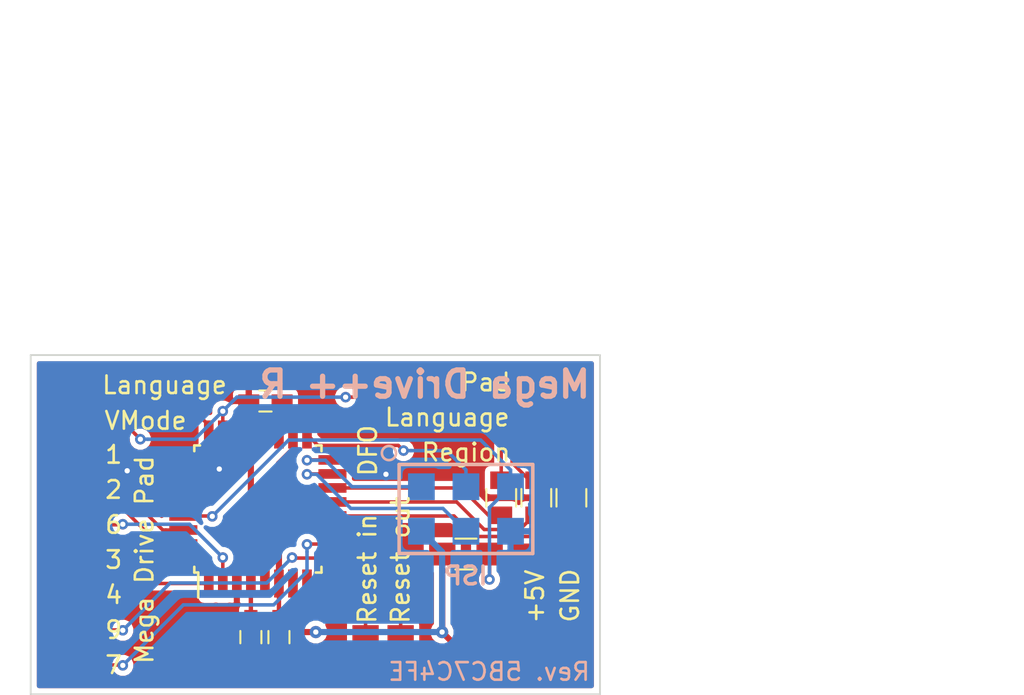
<source format=kicad_pcb>
(kicad_pcb (version 4) (host pcbnew 4.0.7)

  (general
    (links 41)
    (no_connects 0)
    (area 119.199999 98.149999 151.750001 117.600001)
    (thickness 1.6)
    (drawings 19)
    (tracks 191)
    (zones 0)
    (modules 20)
    (nets 25)
  )

  (page A4)
  (layers
    (0 F.Cu signal)
    (31 B.Cu signal)
    (32 B.Adhes user)
    (33 F.Adhes user)
    (34 B.Paste user)
    (35 F.Paste user)
    (36 B.SilkS user)
    (37 F.SilkS user)
    (38 B.Mask user)
    (39 F.Mask user)
    (40 Dwgs.User user)
    (41 Cmts.User user)
    (42 Eco1.User user)
    (43 Eco2.User user)
    (44 Edge.Cuts user)
    (45 Margin user)
    (46 B.CrtYd user)
    (47 F.CrtYd user)
    (48 B.Fab user)
    (49 F.Fab user)
  )

  (setup
    (last_trace_width 0.2)
    (trace_clearance 0.1525)
    (zone_clearance 0.3)
    (zone_45_only yes)
    (trace_min 0.1525)
    (segment_width 0.2)
    (edge_width 0.1)
    (via_size 0.6)
    (via_drill 0.3)
    (via_min_size 0.39)
    (via_min_drill 0.255)
    (uvia_size 0.3)
    (uvia_drill 0.1)
    (uvias_allowed no)
    (uvia_min_size 0.2)
    (uvia_min_drill 0.1)
    (pcb_text_width 0.3)
    (pcb_text_size 1.5 1.5)
    (mod_edge_width 0.15)
    (mod_text_size 1 1)
    (mod_text_width 0.15)
    (pad_size 1.2 0.75)
    (pad_drill 0)
    (pad_to_mask_clearance 0.0508)
    (aux_axis_origin 0 0)
    (visible_elements 7FFFFFFF)
    (pcbplotparams
      (layerselection 0x00030_80000001)
      (usegerberextensions false)
      (excludeedgelayer true)
      (linewidth 0.100000)
      (plotframeref false)
      (viasonmask false)
      (mode 1)
      (useauxorigin false)
      (hpglpennumber 1)
      (hpglpenspeed 20)
      (hpglpendiameter 15)
      (hpglpenoverlay 2)
      (psnegative false)
      (psa4output false)
      (plotreference true)
      (plotvalue true)
      (plotinvisibletext false)
      (padsonsilk false)
      (subtractmaskfromsilk false)
      (outputformat 1)
      (mirror false)
      (drillshape 1)
      (scaleselection 1)
      (outputdirectory ""))
  )

  (net 0 "")
  (net 1 +5V)
  (net 2 GND)
  (net 3 "Net-(U1-Pad20)")
  (net 4 "Net-(D1-Pad1)")
  (net 5 "Net-(D2-Pad1)")
  (net 6 "Net-(D3-Pad1)")
  (net 7 MISO)
  (net 8 SCK)
  (net 9 MOSI)
  (net 10 RESET)
  (net 11 MD_PAD_UP)
  (net 12 MD_PAD_DOWN)
  (net 13 MD_PAD_TL)
  (net 14 MD_PAD_LEFT)
  (net 15 MD_PAD_RIGHT)
  (net 16 MD_PAD_TR)
  (net 17 MD_PAD_TH)
  (net 18 JAP)
  (net 19 NTSC)
  (net 20 MD_RESET_OUT)
  (net 21 MD_RESET_IN)
  (net 22 PAD_DBG_LED)
  (net 23 NTSC_LED)
  (net 24 JAP_LED)

  (net_class Default "This is the default net class."
    (clearance 0.1525)
    (trace_width 0.2)
    (via_dia 0.6)
    (via_drill 0.3)
    (uvia_dia 0.3)
    (uvia_drill 0.1)
    (add_net JAP)
    (add_net JAP_LED)
    (add_net MD_PAD_DOWN)
    (add_net MD_PAD_LEFT)
    (add_net MD_PAD_RIGHT)
    (add_net MD_PAD_TH)
    (add_net MD_PAD_TL)
    (add_net MD_PAD_TR)
    (add_net MD_PAD_UP)
    (add_net MD_RESET_IN)
    (add_net MD_RESET_OUT)
    (add_net MISO)
    (add_net MOSI)
    (add_net NTSC)
    (add_net NTSC_LED)
    (add_net "Net-(D1-Pad1)")
    (add_net "Net-(D2-Pad1)")
    (add_net "Net-(D3-Pad1)")
    (add_net "Net-(U1-Pad20)")
    (add_net PAD_DBG_LED)
    (add_net RESET)
    (add_net SCK)
  )

  (net_class Power ""
    (clearance 0.1525)
    (trace_width 0.35)
    (via_dia 0.7)
    (via_drill 0.3)
    (uvia_dia 0.3)
    (uvia_drill 0.1)
    (add_net +5V)
    (add_net GND)
  )

  (module Housings_QFP:TQFP-32_7x7mm_Pitch0.8mm (layer F.Cu) (tedit 5BC7A1F0) (tstamp 5BC7807A)
    (at 132.2 106.98 90)
    (descr "32-Lead Plastic Thin Quad Flatpack (PT) - 7x7x1.0 mm Body, 2.00 mm [TQFP] (see Microchip Packaging Specification 00000049BS.pdf)")
    (tags "QFP 0.8")
    (path /5B3B0FB1)
    (attr smd)
    (fp_text reference U1 (at 0 -6.05 90) (layer F.SilkS) hide
      (effects (font (size 1 1) (thickness 0.15)))
    )
    (fp_text value "ATMEGA??8P(A)" (at 0 6.05 90) (layer F.Fab)
      (effects (font (size 1 1) (thickness 0.15)))
    )
    (fp_text user %R (at 0 0 90) (layer F.Fab)
      (effects (font (size 1 1) (thickness 0.15)))
    )
    (fp_line (start -2.5 -3.5) (end 3.5 -3.5) (layer F.Fab) (width 0.15))
    (fp_line (start 3.5 -3.5) (end 3.5 3.5) (layer F.Fab) (width 0.15))
    (fp_line (start 3.5 3.5) (end -3.5 3.5) (layer F.Fab) (width 0.15))
    (fp_line (start -3.5 3.5) (end -3.5 -2.5) (layer F.Fab) (width 0.15))
    (fp_line (start -3.5 -2.5) (end -2.5 -3.5) (layer F.Fab) (width 0.15))
    (fp_line (start -5.3 -5.3) (end -5.3 5.3) (layer F.CrtYd) (width 0.05))
    (fp_line (start 5.3 -5.3) (end 5.3 5.3) (layer F.CrtYd) (width 0.05))
    (fp_line (start -5.3 -5.3) (end 5.3 -5.3) (layer F.CrtYd) (width 0.05))
    (fp_line (start -5.3 5.3) (end 5.3 5.3) (layer F.CrtYd) (width 0.05))
    (fp_line (start -3.625 -3.625) (end -3.625 -3.4) (layer F.SilkS) (width 0.15))
    (fp_line (start 3.625 -3.625) (end 3.625 -3.3) (layer F.SilkS) (width 0.15))
    (fp_line (start 3.625 3.625) (end 3.625 3.3) (layer F.SilkS) (width 0.15))
    (fp_line (start -3.625 3.625) (end -3.625 3.3) (layer F.SilkS) (width 0.15))
    (fp_line (start -3.625 -3.625) (end -3.3 -3.625) (layer F.SilkS) (width 0.15))
    (fp_line (start -3.625 3.625) (end -3.3 3.625) (layer F.SilkS) (width 0.15))
    (fp_line (start 3.625 3.625) (end 3.3 3.625) (layer F.SilkS) (width 0.15))
    (fp_line (start 3.625 -3.625) (end 3.3 -3.625) (layer F.SilkS) (width 0.15))
    (fp_line (start -3.625 -3.4) (end -5.05 -3.4) (layer F.SilkS) (width 0.15))
    (pad 1 smd rect (at -4.25 -2.8 90) (size 1.6 0.55) (layers F.Cu F.Paste F.Mask)
      (net 15 MD_PAD_RIGHT))
    (pad 2 smd rect (at -4.25 -2 90) (size 1.6 0.55) (layers F.Cu F.Paste F.Mask)
      (net 13 MD_PAD_TL))
    (pad 3 smd rect (at -4.25 -1.2 90) (size 1.6 0.55) (layers F.Cu F.Paste F.Mask)
      (net 2 GND))
    (pad 4 smd rect (at -4.25 -0.4 90) (size 1.6 0.55) (layers F.Cu F.Paste F.Mask)
      (net 1 +5V))
    (pad 5 smd rect (at -4.25 0.4 90) (size 1.6 0.55) (layers F.Cu F.Paste F.Mask)
      (net 2 GND))
    (pad 6 smd rect (at -4.25 1.2 90) (size 1.6 0.55) (layers F.Cu F.Paste F.Mask)
      (net 1 +5V))
    (pad 7 smd rect (at -4.25 2 90) (size 1.6 0.55) (layers F.Cu F.Paste F.Mask)
      (net 21 MD_RESET_IN))
    (pad 8 smd rect (at -4.25 2.8 90) (size 1.6 0.55) (layers F.Cu F.Paste F.Mask)
      (net 20 MD_RESET_OUT))
    (pad 9 smd rect (at -2.8 4.25 180) (size 1.6 0.55) (layers F.Cu F.Paste F.Mask)
      (net 16 MD_PAD_TR))
    (pad 10 smd rect (at -2 4.25 180) (size 1.6 0.55) (layers F.Cu F.Paste F.Mask)
      (net 17 MD_PAD_TH))
    (pad 11 smd rect (at -1.2 4.25 180) (size 1.6 0.55) (layers F.Cu F.Paste F.Mask))
    (pad 12 smd rect (at -0.4 4.25 180) (size 1.6 0.55) (layers F.Cu F.Paste F.Mask)
      (net 23 NTSC_LED))
    (pad 13 smd rect (at 0.4 4.25 180) (size 1.6 0.55) (layers F.Cu F.Paste F.Mask)
      (net 24 JAP_LED))
    (pad 14 smd rect (at 1.2 4.25 180) (size 1.6 0.55) (layers F.Cu F.Paste F.Mask)
      (net 22 PAD_DBG_LED))
    (pad 15 smd rect (at 2 4.25 180) (size 1.6 0.55) (layers F.Cu F.Paste F.Mask)
      (net 9 MOSI))
    (pad 16 smd rect (at 2.8 4.25 180) (size 1.6 0.55) (layers F.Cu F.Paste F.Mask)
      (net 7 MISO))
    (pad 17 smd rect (at 4.25 2.8 90) (size 1.6 0.55) (layers F.Cu F.Paste F.Mask)
      (net 8 SCK))
    (pad 18 smd rect (at 4.25 2 90) (size 1.6 0.55) (layers F.Cu F.Paste F.Mask)
      (net 1 +5V))
    (pad 19 smd rect (at 4.25 1.2 90) (size 1.6 0.55) (layers F.Cu F.Paste F.Mask))
    (pad 20 smd rect (at 4.25 0.4 90) (size 1.6 0.55) (layers F.Cu F.Paste F.Mask)
      (net 3 "Net-(U1-Pad20)"))
    (pad 21 smd rect (at 4.25 -0.4 90) (size 1.6 0.55) (layers F.Cu F.Paste F.Mask)
      (net 2 GND))
    (pad 22 smd rect (at 4.25 -1.2 90) (size 1.6 0.55) (layers F.Cu F.Paste F.Mask))
    (pad 23 smd rect (at 4.25 -2 90) (size 1.6 0.55) (layers F.Cu F.Paste F.Mask)
      (net 19 NTSC))
    (pad 24 smd rect (at 4.25 -2.8 90) (size 1.6 0.55) (layers F.Cu F.Paste F.Mask)
      (net 18 JAP))
    (pad 25 smd rect (at 2.8 -4.25 180) (size 1.6 0.55) (layers F.Cu F.Paste F.Mask))
    (pad 26 smd rect (at 2 -4.25 180) (size 1.6 0.55) (layers F.Cu F.Paste F.Mask))
    (pad 27 smd rect (at 1.2 -4.25 180) (size 1.6 0.55) (layers F.Cu F.Paste F.Mask))
    (pad 28 smd rect (at 0.4 -4.25 180) (size 1.6 0.55) (layers F.Cu F.Paste F.Mask))
    (pad 29 smd rect (at -0.4 -4.25 180) (size 1.6 0.55) (layers F.Cu F.Paste F.Mask)
      (net 10 RESET))
    (pad 30 smd rect (at -1.2 -4.25 180) (size 1.6 0.55) (layers F.Cu F.Paste F.Mask)
      (net 11 MD_PAD_UP))
    (pad 31 smd rect (at -2 -4.25 180) (size 1.6 0.55) (layers F.Cu F.Paste F.Mask)
      (net 12 MD_PAD_DOWN))
    (pad 32 smd rect (at -2.8 -4.25 180) (size 1.6 0.55) (layers F.Cu F.Paste F.Mask)
      (net 14 MD_PAD_LEFT))
    (model ${KISYS3DMOD}/Housings_QFP.3dshapes/TQFP-32_7x7mm_Pitch0.8mm.wrl
      (at (xyz 0 0 0))
      (scale (xyz 1 1 1))
      (rotate (xyz 0 0 0))
    )
  )

  (module Capacitors_SMD:C_0603_HandSoldering (layer F.Cu) (tedit 5BC77BF6) (tstamp 5BC77F84)
    (at 133.4 114.29 270)
    (descr "Capacitor SMD 0603, hand soldering")
    (tags "capacitor 0603")
    (path /5BC78CDA)
    (attr smd)
    (fp_text reference С2 (at 0 -1.25 270) (layer F.SilkS) hide
      (effects (font (size 1 1) (thickness 0.15)))
    )
    (fp_text value "0.1 uF" (at 0 1.5 270) (layer F.Fab)
      (effects (font (size 1 1) (thickness 0.15)))
    )
    (fp_text user %R (at 0 -1.25 270) (layer F.Fab)
      (effects (font (size 1 1) (thickness 0.15)))
    )
    (fp_line (start -0.8 0.4) (end -0.8 -0.4) (layer F.Fab) (width 0.1))
    (fp_line (start 0.8 0.4) (end -0.8 0.4) (layer F.Fab) (width 0.1))
    (fp_line (start 0.8 -0.4) (end 0.8 0.4) (layer F.Fab) (width 0.1))
    (fp_line (start -0.8 -0.4) (end 0.8 -0.4) (layer F.Fab) (width 0.1))
    (fp_line (start -0.35 -0.6) (end 0.35 -0.6) (layer F.SilkS) (width 0.12))
    (fp_line (start 0.35 0.6) (end -0.35 0.6) (layer F.SilkS) (width 0.12))
    (fp_line (start -1.8 -0.65) (end 1.8 -0.65) (layer F.CrtYd) (width 0.05))
    (fp_line (start -1.8 -0.65) (end -1.8 0.65) (layer F.CrtYd) (width 0.05))
    (fp_line (start 1.8 0.65) (end 1.8 -0.65) (layer F.CrtYd) (width 0.05))
    (fp_line (start 1.8 0.65) (end -1.8 0.65) (layer F.CrtYd) (width 0.05))
    (pad 1 smd rect (at -0.95 0 270) (size 1.2 0.75) (layers F.Cu F.Paste F.Mask)
      (net 1 +5V))
    (pad 2 smd rect (at 0.95 0 270) (size 1.2 0.75) (layers F.Cu F.Paste F.Mask)
      (net 2 GND))
    (model Capacitors_SMD.3dshapes/C_0603.wrl
      (at (xyz 0 0 0))
      (scale (xyz 1 1 1))
      (rotate (xyz 0 0 0))
    )
  )

  (module Capacitors_SMD:C_0603_HandSoldering (layer F.Cu) (tedit 5BC77C04) (tstamp 5BC77F95)
    (at 132.63 100.82)
    (descr "Capacitor SMD 0603, hand soldering")
    (tags "capacitor 0603")
    (path /5B37DBB8)
    (attr smd)
    (fp_text reference С3 (at 0 -1.25) (layer F.SilkS) hide
      (effects (font (size 1 1) (thickness 0.15)))
    )
    (fp_text value "0.1 uF" (at 0 1.5) (layer F.Fab)
      (effects (font (size 1 1) (thickness 0.15)))
    )
    (fp_text user %R (at 0 -1.25) (layer F.Fab)
      (effects (font (size 1 1) (thickness 0.15)))
    )
    (fp_line (start -0.8 0.4) (end -0.8 -0.4) (layer F.Fab) (width 0.1))
    (fp_line (start 0.8 0.4) (end -0.8 0.4) (layer F.Fab) (width 0.1))
    (fp_line (start 0.8 -0.4) (end 0.8 0.4) (layer F.Fab) (width 0.1))
    (fp_line (start -0.8 -0.4) (end 0.8 -0.4) (layer F.Fab) (width 0.1))
    (fp_line (start -0.35 -0.6) (end 0.35 -0.6) (layer F.SilkS) (width 0.12))
    (fp_line (start 0.35 0.6) (end -0.35 0.6) (layer F.SilkS) (width 0.12))
    (fp_line (start -1.8 -0.65) (end 1.8 -0.65) (layer F.CrtYd) (width 0.05))
    (fp_line (start -1.8 -0.65) (end -1.8 0.65) (layer F.CrtYd) (width 0.05))
    (fp_line (start 1.8 0.65) (end 1.8 -0.65) (layer F.CrtYd) (width 0.05))
    (fp_line (start 1.8 0.65) (end -1.8 0.65) (layer F.CrtYd) (width 0.05))
    (pad 1 smd rect (at -0.95 0) (size 1.2 0.75) (layers F.Cu F.Paste F.Mask)
      (net 2 GND))
    (pad 2 smd rect (at 0.95 0) (size 1.2 0.75) (layers F.Cu F.Paste F.Mask)
      (net 3 "Net-(U1-Pad20)"))
    (model Capacitors_SMD.3dshapes/C_0603.wrl
      (at (xyz 0 0 0))
      (scale (xyz 1 1 1))
      (rotate (xyz 0 0 0))
    )
  )

  (module Custom:KP-2012SGD (layer F.Cu) (tedit 5BC78840) (tstamp 5BC77FAC)
    (at 148.895 99.75)
    (path /5B385604)
    (fp_text reference D1 (at 0 -1.5) (layer F.SilkS) hide
      (effects (font (size 1 1) (thickness 0.15)))
    )
    (fp_text value KP-2012SGD (at 6.9 0) (layer F.Fab)
      (effects (font (size 1 1) (thickness 0.15)))
    )
    (pad 2 smd rect (at 1.175 0) (size 1.25 1.1) (layers F.Cu F.Paste F.Mask)
      (net 2 GND))
    (pad 1 smd rect (at -1.175 0) (size 1.25 1.1) (layers F.Cu F.Paste F.Mask)
      (net 4 "Net-(D1-Pad1)"))
  )

  (module Custom:KP-2012SGD (layer F.Cu) (tedit 5BC7884B) (tstamp 5BC77FB2)
    (at 148.895 103.75)
    (path /5B387C36)
    (fp_text reference D2 (at 0 -1.5) (layer F.SilkS) hide
      (effects (font (size 1 1) (thickness 0.15)))
    )
    (fp_text value KP-2012SGD (at 6.9 0) (layer F.Fab)
      (effects (font (size 1 1) (thickness 0.15)))
    )
    (pad 2 smd rect (at 1.175 0) (size 1.25 1.1) (layers F.Cu F.Paste F.Mask)
      (net 2 GND))
    (pad 1 smd rect (at -1.175 0) (size 1.25 1.1) (layers F.Cu F.Paste F.Mask)
      (net 5 "Net-(D2-Pad1)"))
  )

  (module Custom:KP-2012SGD (layer F.Cu) (tedit 5BC78859) (tstamp 5BC77FB8)
    (at 148.895 101.75)
    (path /5B387D6C)
    (fp_text reference D3 (at 0 -1.5) (layer F.SilkS) hide
      (effects (font (size 1 1) (thickness 0.15)))
    )
    (fp_text value KP-2012EC (at 6.375 0) (layer F.Fab)
      (effects (font (size 1 1) (thickness 0.15)))
    )
    (pad 2 smd rect (at 1.175 0) (size 1.25 1.1) (layers F.Cu F.Paste F.Mask)
      (net 2 GND))
    (pad 1 smd rect (at -1.175 0) (size 1.25 1.1) (layers F.Cu F.Paste F.Mask)
      (net 6 "Net-(D3-Pad1)"))
  )

  (module Custom:Soldering_Point_1.5x3mm (layer F.Cu) (tedit 5BC77DD0) (tstamp 5BC77FCC)
    (at 147.99 115.1 90)
    (path /5BC76F61)
    (fp_text reference J1 (at 4 0 90) (layer F.SilkS) hide
      (effects (font (size 1 1) (thickness 0.15)))
    )
    (fp_text value +5V (at 0 2.4 90) (layer F.Fab) hide
      (effects (font (size 1 1) (thickness 0.15)))
    )
    (pad 1 smd rect (at 0 -0.1 180) (size 1.5 3) (layers F.Cu F.Paste F.Mask)
      (net 1 +5V))
  )

  (module Custom:Soldering_Point_1.5x3mm (layer F.Cu) (tedit 5BC77DFD) (tstamp 5BC77FD1)
    (at 149.99 115.1 90)
    (path /5BC76E82)
    (fp_text reference J2 (at 4 0 90) (layer F.SilkS) hide
      (effects (font (size 1 1) (thickness 0.15)))
    )
    (fp_text value GND (at 0 2.4 90) (layer F.Fab) hide
      (effects (font (size 1 1) (thickness 0.15)))
    )
    (pad 1 smd rect (at 0 -0.1 180) (size 1.5 3) (layers F.Cu F.Paste F.Mask)
      (net 2 GND))
  )

  (module Custom:MD_PAD_CONN (layer F.Cu) (tedit 5BC77B36) (tstamp 5BC77FE6)
    (at 121.73 109.88 270)
    (path /5BC72720)
    (fp_text reference J3 (at 9.2 0 270) (layer F.SilkS) hide
      (effects (font (size 1 1) (thickness 0.15)))
    )
    (fp_text value MD_PAD_CONN (at 0 2.35 270) (layer F.Fab)
      (effects (font (size 1 1) (thickness 0.15)))
    )
    (fp_text user "Mega Drive Pad" (at 0 -4 270) (layer F.SilkS)
      (effects (font (size 1 1) (thickness 0.15)))
    )
    (fp_text user 9 (at 4 -2.25 360) (layer F.SilkS)
      (effects (font (size 1 1) (thickness 0.15)))
    )
    (fp_text user 7 (at 6 -2.25 360) (layer F.SilkS)
      (effects (font (size 1 1) (thickness 0.15)))
    )
    (fp_text user 6 (at -2 -2.25 360) (layer F.SilkS)
      (effects (font (size 1 1) (thickness 0.15)))
    )
    (fp_text user 4 (at 2 -2.25 360) (layer F.SilkS)
      (effects (font (size 1 1) (thickness 0.15)))
    )
    (fp_text user 3 (at 0 -2.25 360) (layer F.SilkS)
      (effects (font (size 1 1) (thickness 0.15)))
    )
    (fp_text user 2 (at -4 -2.25 540) (layer F.SilkS)
      (effects (font (size 1 1) (thickness 0.15)))
    )
    (fp_text user 1 (at -6 -2.25 360) (layer F.SilkS)
      (effects (font (size 1 1) (thickness 0.15)))
    )
    (pad 1 smd rect (at -6 0 270) (size 1.5 3) (layers F.Cu F.Paste F.Mask)
      (net 11 MD_PAD_UP))
    (pad 2 smd rect (at -4 0 270) (size 1.5 3) (layers F.Cu F.Paste F.Mask)
      (net 12 MD_PAD_DOWN))
    (pad 6 smd rect (at -2 0 270) (size 1.5 3) (layers F.Cu F.Paste F.Mask)
      (net 13 MD_PAD_TL))
    (pad 3 smd rect (at 0 0 270) (size 1.5 3) (layers F.Cu F.Paste F.Mask)
      (net 14 MD_PAD_LEFT))
    (pad 4 smd rect (at 2 0 270) (size 1.5 3) (layers F.Cu F.Paste F.Mask)
      (net 15 MD_PAD_RIGHT))
    (pad 9 smd rect (at 4 0 270) (size 1.5 3) (layers F.Cu F.Paste F.Mask)
      (net 16 MD_PAD_TR))
    (pad 7 smd rect (at 6 0 270) (size 1.5 3) (layers F.Cu F.Paste F.Mask)
      (net 17 MD_PAD_TH))
    (pad 5 smd circle (at 0.05 0 270) (size 0.1 0.1) (layers Dwgs.User))
    (pad 8 smd circle (at -0.05 0 270) (size 0.1 0.1) (layers Dwgs.User))
  )

  (module Custom:Soldering_Point_1.5x3mm (layer F.Cu) (tedit 5BC77E4F) (tstamp 5BC77FEB)
    (at 121.73 99.98)
    (path /5BC767CA)
    (fp_text reference J4 (at 4 0) (layer F.SilkS) hide
      (effects (font (size 1 1) (thickness 0.15)))
    )
    (fp_text value Language (at -5.43 0.04) (layer F.Fab) hide
      (effects (font (size 1 1) (thickness 0.15)))
    )
    (pad 1 smd rect (at 0 -0.1 90) (size 1.5 3) (layers F.Cu F.Paste F.Mask)
      (net 18 JAP))
  )

  (module Custom:Soldering_Point_1.5x3mm (layer F.Cu) (tedit 5BC77EA6) (tstamp 5BC77FF0)
    (at 138.437344 100.7 270)
    (path /5BC7B4EE)
    (fp_text reference J5 (at 4 0 270) (layer F.SilkS) hide
      (effects (font (size 1 1) (thickness 0.15)))
    )
    (fp_text value Video_Mode_DFO (at -9.36 -0.32 270) (layer F.Fab) hide
      (effects (font (size 1 1) (thickness 0.15)))
    )
    (pad 1 smd rect (at 0 -0.1) (size 1.5 3) (layers F.Cu F.Paste F.Mask)
      (net 19 NTSC))
  )

  (module Custom:Soldering_Point_1.5x3mm (layer F.Cu) (tedit 5BC77EE1) (tstamp 5BC77FF5)
    (at 121.73 101.98)
    (path /5BC76A6E)
    (fp_text reference J6 (at 4 0) (layer F.SilkS) hide
      (effects (font (size 1 1) (thickness 0.15)))
    )
    (fp_text value Video_Mode (at -6.54 -0.08) (layer F.Fab) hide
      (effects (font (size 1 1) (thickness 0.15)))
    )
    (pad 1 smd rect (at 0 -0.1 90) (size 1.5 3) (layers F.Cu F.Paste F.Mask)
      (net 19 NTSC))
  )

  (module Custom:Soldering_Point_1.5x3mm (layer F.Cu) (tedit 5BC77F32) (tstamp 5BC77FFA)
    (at 140.437344 115.105846 90)
    (path /5BC769B7)
    (fp_text reference J7 (at 4 0 90) (layer F.SilkS) hide
      (effects (font (size 1 1) (thickness 0.15)))
    )
    (fp_text value MD_Reset_Out (at 0 2.4 90) (layer F.Fab) hide
      (effects (font (size 1 1) (thickness 0.15)))
    )
    (pad 1 smd rect (at 0 -0.1 180) (size 1.5 3) (layers F.Cu F.Paste F.Mask)
      (net 20 MD_RESET_OUT))
  )

  (module Custom:Soldering_Point_1.5x3mm (layer F.Cu) (tedit 5BC77F34) (tstamp 5BC77FFF)
    (at 138.437344 115.105846 90)
    (path /5BC76B65)
    (fp_text reference J8 (at 4 0 90) (layer F.SilkS) hide
      (effects (font (size 1 1) (thickness 0.15)))
    )
    (fp_text value MD_Reset_In (at 0 2.4 90) (layer F.Fab) hide
      (effects (font (size 1 1) (thickness 0.15)))
    )
    (pad 1 smd rect (at 0 -0.1 180) (size 1.5 3) (layers F.Cu F.Paste F.Mask)
      (net 21 MD_RESET_IN))
  )

  (module Resistors_SMD:R_0805_HandSoldering (layer F.Cu) (tedit 5BC77C22) (tstamp 5BC78010)
    (at 144.06 109.55)
    (descr "Resistor SMD 0805, hand soldering")
    (tags "resistor 0805")
    (path /5B3915FD)
    (attr smd)
    (fp_text reference R1 (at 0 -1.7) (layer F.SilkS) hide
      (effects (font (size 1 1) (thickness 0.15)))
    )
    (fp_text value 10k (at 0 1.75) (layer F.Fab)
      (effects (font (size 1 1) (thickness 0.15)))
    )
    (fp_text user %R (at 0 0) (layer F.Fab)
      (effects (font (size 0.5 0.5) (thickness 0.075)))
    )
    (fp_line (start -1 0.62) (end -1 -0.62) (layer F.Fab) (width 0.1))
    (fp_line (start 1 0.62) (end -1 0.62) (layer F.Fab) (width 0.1))
    (fp_line (start 1 -0.62) (end 1 0.62) (layer F.Fab) (width 0.1))
    (fp_line (start -1 -0.62) (end 1 -0.62) (layer F.Fab) (width 0.1))
    (fp_line (start 0.6 0.88) (end -0.6 0.88) (layer F.SilkS) (width 0.12))
    (fp_line (start -0.6 -0.88) (end 0.6 -0.88) (layer F.SilkS) (width 0.12))
    (fp_line (start -2.35 -0.9) (end 2.35 -0.9) (layer F.CrtYd) (width 0.05))
    (fp_line (start -2.35 -0.9) (end -2.35 0.9) (layer F.CrtYd) (width 0.05))
    (fp_line (start 2.35 0.9) (end 2.35 -0.9) (layer F.CrtYd) (width 0.05))
    (fp_line (start 2.35 0.9) (end -2.35 0.9) (layer F.CrtYd) (width 0.05))
    (pad 1 smd rect (at -1.35 0) (size 1.5 1.3) (layers F.Cu F.Paste F.Mask)
      (net 1 +5V))
    (pad 2 smd rect (at 1.35 0) (size 1.5 1.3) (layers F.Cu F.Paste F.Mask)
      (net 10 RESET))
    (model ${KISYS3DMOD}/Resistors_SMD.3dshapes/R_0805.wrl
      (at (xyz 0 0 0))
      (scale (xyz 1 1 1))
      (rotate (xyz 0 0 0))
    )
  )

  (module Capacitors_SMD:C_0805 (layer F.Cu) (tedit 5BC77C16) (tstamp 5BC78021)
    (at 146.07 106.34 90)
    (descr "Capacitor SMD 0805, reflow soldering, AVX (see smccp.pdf)")
    (tags "capacitor 0805")
    (path /5BC71AAD)
    (attr smd)
    (fp_text reference R2 (at 0 -1.5 90) (layer F.SilkS) hide
      (effects (font (size 1 1) (thickness 0.15)))
    )
    (fp_text value 1k (at 0 1.75 90) (layer F.Fab)
      (effects (font (size 1 1) (thickness 0.15)))
    )
    (fp_text user %R (at 0 -1.5 90) (layer F.Fab)
      (effects (font (size 1 1) (thickness 0.15)))
    )
    (fp_line (start -1 0.62) (end -1 -0.62) (layer F.Fab) (width 0.1))
    (fp_line (start 1 0.62) (end -1 0.62) (layer F.Fab) (width 0.1))
    (fp_line (start 1 -0.62) (end 1 0.62) (layer F.Fab) (width 0.1))
    (fp_line (start -1 -0.62) (end 1 -0.62) (layer F.Fab) (width 0.1))
    (fp_line (start 0.5 -0.85) (end -0.5 -0.85) (layer F.SilkS) (width 0.12))
    (fp_line (start -0.5 0.85) (end 0.5 0.85) (layer F.SilkS) (width 0.12))
    (fp_line (start -1.75 -0.88) (end 1.75 -0.88) (layer F.CrtYd) (width 0.05))
    (fp_line (start -1.75 -0.88) (end -1.75 0.87) (layer F.CrtYd) (width 0.05))
    (fp_line (start 1.75 0.87) (end 1.75 -0.88) (layer F.CrtYd) (width 0.05))
    (fp_line (start 1.75 0.87) (end -1.75 0.87) (layer F.CrtYd) (width 0.05))
    (pad 1 smd rect (at -1 0 90) (size 1 1.25) (layers F.Cu F.Paste F.Mask)
      (net 22 PAD_DBG_LED))
    (pad 2 smd rect (at 1 0 90) (size 1 1.25) (layers F.Cu F.Paste F.Mask)
      (net 4 "Net-(D1-Pad1)"))
    (model Capacitors_SMD.3dshapes/C_0805.wrl
      (at (xyz 0 0 0))
      (scale (xyz 1 1 1))
      (rotate (xyz 0 0 0))
    )
  )

  (module Capacitors_SMD:C_0805 (layer F.Cu) (tedit 5BC77C11) (tstamp 5BC78032)
    (at 150.07 106.34 90)
    (descr "Capacitor SMD 0805, reflow soldering, AVX (see smccp.pdf)")
    (tags "capacitor 0805")
    (path /5BC71B2B)
    (attr smd)
    (fp_text reference R3 (at 0 -1.5 90) (layer F.SilkS) hide
      (effects (font (size 1 1) (thickness 0.15)))
    )
    (fp_text value 1k (at 0 1.75 90) (layer F.Fab)
      (effects (font (size 1 1) (thickness 0.15)))
    )
    (fp_text user %R (at 0 -1.5 90) (layer F.Fab)
      (effects (font (size 1 1) (thickness 0.15)))
    )
    (fp_line (start -1 0.62) (end -1 -0.62) (layer F.Fab) (width 0.1))
    (fp_line (start 1 0.62) (end -1 0.62) (layer F.Fab) (width 0.1))
    (fp_line (start 1 -0.62) (end 1 0.62) (layer F.Fab) (width 0.1))
    (fp_line (start -1 -0.62) (end 1 -0.62) (layer F.Fab) (width 0.1))
    (fp_line (start 0.5 -0.85) (end -0.5 -0.85) (layer F.SilkS) (width 0.12))
    (fp_line (start -0.5 0.85) (end 0.5 0.85) (layer F.SilkS) (width 0.12))
    (fp_line (start -1.75 -0.88) (end 1.75 -0.88) (layer F.CrtYd) (width 0.05))
    (fp_line (start -1.75 -0.88) (end -1.75 0.87) (layer F.CrtYd) (width 0.05))
    (fp_line (start 1.75 0.87) (end 1.75 -0.88) (layer F.CrtYd) (width 0.05))
    (fp_line (start 1.75 0.87) (end -1.75 0.87) (layer F.CrtYd) (width 0.05))
    (pad 1 smd rect (at -1 0 90) (size 1 1.25) (layers F.Cu F.Paste F.Mask)
      (net 23 NTSC_LED))
    (pad 2 smd rect (at 1 0 90) (size 1 1.25) (layers F.Cu F.Paste F.Mask)
      (net 5 "Net-(D2-Pad1)"))
    (model Capacitors_SMD.3dshapes/C_0805.wrl
      (at (xyz 0 0 0))
      (scale (xyz 1 1 1))
      (rotate (xyz 0 0 0))
    )
  )

  (module Capacitors_SMD:C_0805 (layer F.Cu) (tedit 5BC77C1A) (tstamp 5BC78043)
    (at 148.07 106.34 90)
    (descr "Capacitor SMD 0805, reflow soldering, AVX (see smccp.pdf)")
    (tags "capacitor 0805")
    (path /5BC71BA3)
    (attr smd)
    (fp_text reference R4 (at 0 -1.5 90) (layer F.SilkS) hide
      (effects (font (size 1 1) (thickness 0.15)))
    )
    (fp_text value 1k (at 0 1.75 90) (layer F.Fab)
      (effects (font (size 1 1) (thickness 0.15)))
    )
    (fp_text user %R (at 0 -1.5 90) (layer F.Fab)
      (effects (font (size 1 1) (thickness 0.15)))
    )
    (fp_line (start -1 0.62) (end -1 -0.62) (layer F.Fab) (width 0.1))
    (fp_line (start 1 0.62) (end -1 0.62) (layer F.Fab) (width 0.1))
    (fp_line (start 1 -0.62) (end 1 0.62) (layer F.Fab) (width 0.1))
    (fp_line (start -1 -0.62) (end 1 -0.62) (layer F.Fab) (width 0.1))
    (fp_line (start 0.5 -0.85) (end -0.5 -0.85) (layer F.SilkS) (width 0.12))
    (fp_line (start -0.5 0.85) (end 0.5 0.85) (layer F.SilkS) (width 0.12))
    (fp_line (start -1.75 -0.88) (end 1.75 -0.88) (layer F.CrtYd) (width 0.05))
    (fp_line (start -1.75 -0.88) (end -1.75 0.87) (layer F.CrtYd) (width 0.05))
    (fp_line (start 1.75 0.87) (end 1.75 -0.88) (layer F.CrtYd) (width 0.05))
    (fp_line (start 1.75 0.87) (end -1.75 0.87) (layer F.CrtYd) (width 0.05))
    (pad 1 smd rect (at -1 0 90) (size 1 1.25) (layers F.Cu F.Paste F.Mask)
      (net 24 JAP_LED))
    (pad 2 smd rect (at 1 0 90) (size 1 1.25) (layers F.Cu F.Paste F.Mask)
      (net 6 "Net-(D3-Pad1)"))
    (model Capacitors_SMD.3dshapes/C_0805.wrl
      (at (xyz 0 0 0))
      (scale (xyz 1 1 1))
      (rotate (xyz 0 0 0))
    )
  )

  (module Capacitors_SMD:C_0603_HandSoldering (layer F.Cu) (tedit 5BC7A111) (tstamp 5BC7A005)
    (at 131.8 114.29 270)
    (descr "Capacitor SMD 0603, hand soldering")
    (tags "capacitor 0603")
    (path /5AAFA959)
    (attr smd)
    (fp_text reference С1 (at 0 -1.25 270) (layer F.SilkS) hide
      (effects (font (size 1 1) (thickness 0.15)))
    )
    (fp_text value "0.1 uF" (at 0 1.5 270) (layer F.Fab)
      (effects (font (size 1 1) (thickness 0.15)))
    )
    (fp_text user %R (at 0 -1.25 270) (layer F.Fab)
      (effects (font (size 1 1) (thickness 0.15)))
    )
    (fp_line (start -0.8 0.4) (end -0.8 -0.4) (layer F.Fab) (width 0.1))
    (fp_line (start 0.8 0.4) (end -0.8 0.4) (layer F.Fab) (width 0.1))
    (fp_line (start 0.8 -0.4) (end 0.8 0.4) (layer F.Fab) (width 0.1))
    (fp_line (start -0.8 -0.4) (end 0.8 -0.4) (layer F.Fab) (width 0.1))
    (fp_line (start -0.35 -0.6) (end 0.35 -0.6) (layer F.SilkS) (width 0.12))
    (fp_line (start 0.35 0.6) (end -0.35 0.6) (layer F.SilkS) (width 0.12))
    (fp_line (start -1.8 -0.65) (end 1.8 -0.65) (layer F.CrtYd) (width 0.05))
    (fp_line (start -1.8 -0.65) (end -1.8 0.65) (layer F.CrtYd) (width 0.05))
    (fp_line (start 1.8 0.65) (end 1.8 -0.65) (layer F.CrtYd) (width 0.05))
    (fp_line (start 1.8 0.65) (end -1.8 0.65) (layer F.CrtYd) (width 0.05))
    (pad 1 smd rect (at -0.95 0 270) (size 1.2 0.75) (layers F.Cu F.Paste F.Mask)
      (net 1 +5V))
    (pad 2 smd rect (at 0.95 0 270) (size 1.2 0.75) (layers F.Cu F.Paste F.Mask)
      (net 2 GND))
    (model Capacitors_SMD.3dshapes/C_0603.wrl
      (at (xyz 0 0 0))
      (scale (xyz 1 1 1))
      (rotate (xyz 0 0 0))
    )
  )

  (module Custom:AVR-ISP-6-SMD (layer B.Cu) (tedit 5BC7C716) (tstamp 5BC7AFD7)
    (at 144.06 106.98)
    (descr "Double rangee de contacts 2 x 4 pins")
    (tags CONN)
    (path /5AAD7C7C)
    (fp_text reference ISP1 (at 0 3.81) (layer B.SilkS) hide
      (effects (font (size 1.016 1.016) (thickness 0.2032)) (justify mirror))
    )
    (fp_text value AVR-ISP-6 (at 0 -3.81) (layer B.SilkS) hide
      (effects (font (size 1.016 1.016) (thickness 0.2032)) (justify mirror))
    )
    (fp_circle (center -4.39 -3.19) (end -4.11 -3.48) (layer B.SilkS) (width 0.15))
    (fp_line (start 3.81 -2.54) (end -3.81 -2.54) (layer B.SilkS) (width 0.2032))
    (fp_line (start -3.81 2.54) (end 3.81 2.54) (layer B.SilkS) (width 0.2032))
    (fp_line (start 3.81 2.54) (end 3.81 -2.54) (layer B.SilkS) (width 0.2032))
    (fp_line (start -3.81 -2.54) (end -3.81 2.54) (layer B.SilkS) (width 0.2032))
    (pad 1 smd rect (at -2.54 -1.27) (size 1.524 1.524) (layers B.Cu B.Paste B.Mask)
      (net 7 MISO))
    (pad 2 smd rect (at -2.54 1.27) (size 1.524 1.524) (layers B.Cu B.Paste B.Mask)
      (net 1 +5V))
    (pad 3 smd rect (at 0 -1.27) (size 1.524 1.524) (layers B.Cu B.Paste B.Mask)
      (net 8 SCK))
    (pad 4 smd rect (at 0 1.27) (size 1.524 1.524) (layers B.Cu B.Paste B.Mask)
      (net 9 MOSI))
    (pad 5 smd rect (at 2.54 -1.27) (size 1.524 1.524) (layers B.Cu B.Paste B.Mask)
      (net 10 RESET))
    (pad 6 smd rect (at 2.54 1.27) (size 1.524 1.524) (layers B.Cu B.Paste B.Mask)
      (net 2 GND))
    (model pin_array/pins_array_3x2.wrl
      (at (xyz 0 0 0))
      (scale (xyz 1 1 1))
      (rotate (xyz 0 0 0))
    )
  )

  (gr_text ISP (at 144.04 110.79) (layer B.SilkS)
    (effects (font (size 1.016 1.016) (thickness 0.2032)) (justify mirror))
  )
  (gr_text "Rev. 5BC7C4FE" (at 145.38 116.26) (layer B.SilkS)
    (effects (font (size 1 1) (thickness 0.15)) (justify mirror))
  )
  (gr_text "Mega Drive++ R" (at 141.71 99.87) (layer B.SilkS)
    (effects (font (size 1.5 1.5) (thickness 0.3)) (justify mirror))
  )
  (gr_line (start 119.25 98.2) (end 119.25 117.55) (layer Edge.Cuts) (width 0.1) (tstamp 5BC7C690))
  (gr_line (start 151.7 98.2) (end 151.7 117.55) (layer Edge.Cuts) (width 0.1) (tstamp 5BC7C671))
  (dimension 17.5 (width 0.3) (layer Dwgs.User)
    (gr_text "17,500 mm" (at 173.2 107.8 270) (layer Dwgs.User)
      (effects (font (size 1.5 1.5) (thickness 0.3)))
    )
    (feature1 (pts (xy 150 116.55) (xy 174.55 116.55)))
    (feature2 (pts (xy 150 99.05) (xy 174.55 99.05)))
    (crossbar (pts (xy 171.85 99.05) (xy 171.85 116.55)))
    (arrow1a (pts (xy 171.85 116.55) (xy 171.263579 115.423496)))
    (arrow1b (pts (xy 171.85 116.55) (xy 172.436421 115.423496)))
    (arrow2a (pts (xy 171.85 99.05) (xy 171.263579 100.176504)))
    (arrow2b (pts (xy 171.85 99.05) (xy 172.436421 100.176504)))
  )
  (dimension 30.55 (width 0.3) (layer Dwgs.User)
    (gr_text "30,550 mm" (at 135.475 79.8) (layer Dwgs.User)
      (effects (font (size 1.5 1.5) (thickness 0.3)))
    )
    (feature1 (pts (xy 150.75 99.5) (xy 150.75 78.45)))
    (feature2 (pts (xy 120.2 99.5) (xy 120.2 78.45)))
    (crossbar (pts (xy 120.2 81.15) (xy 150.75 81.15)))
    (arrow1a (pts (xy 150.75 81.15) (xy 149.623496 81.736421)))
    (arrow1b (pts (xy 150.75 81.15) (xy 149.623496 80.563579)))
    (arrow2a (pts (xy 120.2 81.15) (xy 121.326504 81.736421)))
    (arrow2b (pts (xy 120.2 81.15) (xy 121.326504 80.563579)))
  )
  (gr_line (start 119.25 98.2) (end 151.7 98.2) (layer Edge.Cuts) (width 0.1))
  (gr_line (start 119.25 117.55) (end 151.7 117.55) (layer Edge.Cuts) (width 0.1))
  (gr_text Region (at 144.06 103.75) (layer F.SilkS) (tstamp 5BC78703)
    (effects (font (size 1 1) (thickness 0.15)))
  )
  (gr_text Language (at 142.99 101.75) (layer F.SilkS) (tstamp 5BC786F3)
    (effects (font (size 1 1) (thickness 0.15)))
  )
  (gr_text Pad (at 145.18 99.75) (layer F.SilkS) (tstamp 5BC786B3)
    (effects (font (size 1 1) (thickness 0.15)))
  )
  (gr_text "Reset in" (at 138.437344 110.395846 90) (layer F.SilkS) (tstamp 5BC783EC)
    (effects (font (size 1 1) (thickness 0.15)))
  )
  (gr_text "Reset out" (at 140.327344 109.895846 90) (layer F.SilkS) (tstamp 5BC783E1)
    (effects (font (size 1 1) (thickness 0.15)))
  )
  (gr_text VMode (at 125.8 101.94) (layer F.SilkS) (tstamp 5BC783AE)
    (effects (font (size 1 1) (thickness 0.15)))
  )
  (gr_text DFO (at 138.47 103.65 90) (layer F.SilkS) (tstamp 5BC7838D)
    (effects (font (size 1 1) (thickness 0.15)))
  )
  (gr_text Language (at 126.88 99.91) (layer F.SilkS) (tstamp 5BC7836F)
    (effects (font (size 1 1) (thickness 0.15)))
  )
  (gr_text GND (at 149.99 111.92 90) (layer F.SilkS) (tstamp 5BC7834E)
    (effects (font (size 1 1) (thickness 0.15)))
  )
  (gr_text +5V (at 147.99 111.97 90) (layer F.SilkS)
    (effects (font (size 1 1) (thickness 0.15)))
  )

  (segment (start 133.4 111.23) (end 133.4 104.394502) (width 0.35) (layer F.Cu) (net 1))
  (segment (start 133.4 104.394502) (end 134.2 103.594502) (width 0.35) (layer F.Cu) (net 1))
  (segment (start 134.2 103.594502) (end 134.2 102.73) (width 0.35) (layer F.Cu) (net 1))
  (segment (start 142.7 114.000014) (end 143.799986 115.1) (width 0.35) (layer F.Cu) (net 1))
  (segment (start 143.799986 115.1) (end 147.89 115.1) (width 0.35) (layer F.Cu) (net 1))
  (segment (start 141.52 108.25) (end 142.7 109.43) (width 0.35) (layer B.Cu) (net 1))
  (segment (start 142.7 109.43) (end 142.7 114.000014) (width 0.35) (layer B.Cu) (net 1))
  (segment (start 142.71 113.990014) (end 142.7 114.000014) (width 0.35) (layer F.Cu) (net 1))
  (segment (start 142.699986 114) (end 142.7 114.000014) (width 0.35) (layer B.Cu) (net 1))
  (segment (start 135.5 114) (end 142.699986 114) (width 0.35) (layer B.Cu) (net 1))
  (segment (start 142.71 109.55) (end 142.71 113.990014) (width 0.35) (layer F.Cu) (net 1))
  (via (at 142.7 114.000014) (size 0.7) (drill 0.3) (layers F.Cu B.Cu) (net 1))
  (segment (start 133.4 113.34) (end 134.06 114) (width 0.35) (layer F.Cu) (net 1))
  (segment (start 134.06 114) (end 135.5 114) (width 0.35) (layer F.Cu) (net 1))
  (via (at 135.5 114) (size 0.7) (drill 0.3) (layers F.Cu B.Cu) (net 1))
  (segment (start 133.4 113.34) (end 131.8 113.34) (width 0.25) (layer F.Cu) (net 1))
  (segment (start 133.4 111.23) (end 133.4 113.34) (width 0.25) (layer F.Cu) (net 1))
  (segment (start 131.8 113.34) (end 131.8 111.23) (width 0.25) (layer F.Cu) (net 1))
  (segment (start 124.849996 104.7) (end 124.75 104.799996) (width 0.35) (layer B.Cu) (net 2))
  (segment (start 130 104.7) (end 124.849996 104.7) (width 0.35) (layer B.Cu) (net 2))
  (via (at 124.75 104.799996) (size 0.7) (drill 0.3) (layers F.Cu B.Cu) (net 2))
  (segment (start 139.5 105) (end 141.85 105) (width 0.35) (layer F.Cu) (net 2))
  (segment (start 141.85 105) (end 142.5 104.35) (width 0.35) (layer F.Cu) (net 2))
  (segment (start 142.5 104.35) (end 142.5 103.4) (width 0.35) (layer F.Cu) (net 2))
  (segment (start 142.5 103.4) (end 141.85 102.75) (width 0.35) (layer F.Cu) (net 2))
  (segment (start 141.85 102.75) (end 137.747842 102.75) (width 0.35) (layer F.Cu) (net 2))
  (segment (start 137.747842 102.75) (end 136.3 101.302158) (width 0.35) (layer F.Cu) (net 2))
  (segment (start 136.3 101.302158) (end 136.3 100.45) (width 0.35) (layer F.Cu) (net 2))
  (segment (start 131.68 99.87) (end 131.68 100.82) (width 0.35) (layer F.Cu) (net 2))
  (segment (start 136.3 100.45) (end 135.55 99.7) (width 0.35) (layer F.Cu) (net 2))
  (segment (start 135.55 99.7) (end 131.85 99.7) (width 0.35) (layer F.Cu) (net 2))
  (segment (start 131.85 99.7) (end 131.68 99.87) (width 0.35) (layer F.Cu) (net 2))
  (via (at 139.5 105) (size 0.7) (drill 0.3) (layers F.Cu B.Cu) (net 2))
  (segment (start 150.07 99.75) (end 149.995 99.75) (width 0.35) (layer F.Cu) (net 2))
  (segment (start 131.8 102.73) (end 131.8 103.88) (width 0.35) (layer F.Cu) (net 2))
  (segment (start 131.8 103.88) (end 130.98 104.7) (width 0.35) (layer F.Cu) (net 2))
  (segment (start 130.98 104.7) (end 130 104.7) (width 0.35) (layer F.Cu) (net 2))
  (via (at 130 104.7) (size 0.7) (drill 0.3) (layers F.Cu B.Cu) (net 2))
  (segment (start 131.8 102.73) (end 131.8 100.94) (width 0.35) (layer F.Cu) (net 2))
  (segment (start 131.8 100.94) (end 131.68 100.82) (width 0.35) (layer F.Cu) (net 2))
  (segment (start 131.262999 110.102499) (end 131.8 110.102499) (width 0.35) (layer F.Cu) (net 2))
  (segment (start 131.8 110.102499) (end 132.337001 110.102499) (width 0.35) (layer F.Cu) (net 2))
  (segment (start 131.8 102.73) (end 131.8 110.102499) (width 0.35) (layer F.Cu) (net 2))
  (segment (start 132.6 110.365498) (end 132.6 111.23) (width 0.35) (layer F.Cu) (net 2))
  (segment (start 131 111.23) (end 131 110.365498) (width 0.35) (layer F.Cu) (net 2))
  (segment (start 131 110.365498) (end 131.262999 110.102499) (width 0.35) (layer F.Cu) (net 2))
  (segment (start 132.337001 110.102499) (end 132.6 110.365498) (width 0.35) (layer F.Cu) (net 2))
  (segment (start 150.07 103.75) (end 150.07 101.75) (width 0.35) (layer F.Cu) (net 2))
  (segment (start 150.07 99.95) (end 150.07 101.95) (width 0.35) (layer F.Cu) (net 2))
  (segment (start 131.8 115.24) (end 131.175 115.24) (width 0.25) (layer F.Cu) (net 2))
  (segment (start 131.175 115.24) (end 131 115.065) (width 0.25) (layer F.Cu) (net 2))
  (segment (start 131 115.065) (end 131 112.28) (width 0.25) (layer F.Cu) (net 2))
  (segment (start 131 112.28) (end 131 111.23) (width 0.25) (layer F.Cu) (net 2))
  (segment (start 133.4 115.24) (end 131.8 115.24) (width 0.25) (layer F.Cu) (net 2))
  (segment (start 132.6 102.73) (end 132.6 101.575) (width 0.2) (layer F.Cu) (net 3))
  (segment (start 132.6 101.575) (end 133.355 100.82) (width 0.2) (layer F.Cu) (net 3))
  (segment (start 133.355 100.82) (end 133.58 100.82) (width 0.2) (layer F.Cu) (net 3))
  (segment (start 147.72 99.75) (end 146.895 99.75) (width 0.2) (layer F.Cu) (net 4))
  (segment (start 146.895 99.75) (end 146.07 100.575) (width 0.2) (layer F.Cu) (net 4))
  (segment (start 146.07 100.575) (end 146.07 104.64) (width 0.2) (layer F.Cu) (net 4))
  (segment (start 146.07 104.64) (end 146.07 105.34) (width 0.2) (layer F.Cu) (net 4))
  (segment (start 147.72 103.75) (end 147.795 103.75) (width 0.2) (layer F.Cu) (net 5))
  (segment (start 147.795 103.75) (end 148.597501 104.552501) (width 0.2) (layer F.Cu) (net 5))
  (segment (start 148.597501 104.552501) (end 149.157501 104.552501) (width 0.2) (layer F.Cu) (net 5))
  (segment (start 149.157501 104.552501) (end 149.945 105.34) (width 0.2) (layer F.Cu) (net 5))
  (segment (start 149.945 105.34) (end 150.07 105.34) (width 0.2) (layer F.Cu) (net 5))
  (segment (start 147.72 101.75) (end 146.895 101.75) (width 0.2) (layer F.Cu) (net 6))
  (segment (start 146.895 101.75) (end 146.69 101.955) (width 0.2) (layer F.Cu) (net 6))
  (segment (start 146.69 101.955) (end 146.69 104.349502) (width 0.2) (layer F.Cu) (net 6))
  (segment (start 148.07 105.34) (end 147.680498 105.34) (width 0.2) (layer F.Cu) (net 6))
  (segment (start 147.680498 105.34) (end 146.69 104.349502) (width 0.2) (layer F.Cu) (net 6))
  (segment (start 141.52 105.71) (end 137.56 105.71) (width 0.2) (layer B.Cu) (net 7))
  (segment (start 137.56 105.71) (end 136.05 104.2) (width 0.2) (layer B.Cu) (net 7))
  (segment (start 136.05 104.2) (end 135 104.2) (width 0.2) (layer B.Cu) (net 7))
  (segment (start 136.45 104.18) (end 135.02 104.18) (width 0.2) (layer F.Cu) (net 7))
  (segment (start 135.02 104.18) (end 135 104.2) (width 0.2) (layer F.Cu) (net 7))
  (via (at 135 104.2) (size 0.6) (drill 0.3) (layers F.Cu B.Cu) (net 7))
  (segment (start 142.962 103.65) (end 140.92426 103.65) (width 0.2) (layer B.Cu) (net 8))
  (segment (start 140.499996 103.65) (end 140.199996 103.35) (width 0.2) (layer F.Cu) (net 8))
  (via (at 140.499996 103.65) (size 0.6) (drill 0.3) (layers F.Cu B.Cu) (net 8))
  (segment (start 144.06 105.71) (end 144.06 104.748) (width 0.2) (layer B.Cu) (net 8))
  (segment (start 144.06 104.748) (end 142.962 103.65) (width 0.2) (layer B.Cu) (net 8))
  (segment (start 140.199996 103.35) (end 135.62 103.35) (width 0.2) (layer F.Cu) (net 8))
  (segment (start 140.92426 103.65) (end 140.499996 103.65) (width 0.2) (layer B.Cu) (net 8))
  (segment (start 135.62 103.35) (end 135 102.73) (width 0.2) (layer F.Cu) (net 8))
  (segment (start 135.55 105) (end 135 105) (width 0.2) (layer B.Cu) (net 9))
  (segment (start 137.5 106.95) (end 135.55 105) (width 0.2) (layer B.Cu) (net 9))
  (segment (start 144.05 108.25) (end 142.75 106.95) (width 0.2) (layer B.Cu) (net 9))
  (segment (start 142.75 106.95) (end 137.5 106.95) (width 0.2) (layer B.Cu) (net 9))
  (segment (start 144.06 108.25) (end 144.05 108.25) (width 0.2) (layer B.Cu) (net 9))
  (segment (start 135.02 104.98) (end 135 105) (width 0.2) (layer F.Cu) (net 9))
  (segment (start 136.45 104.98) (end 135.02 104.98) (width 0.2) (layer F.Cu) (net 9))
  (via (at 135 105) (size 0.6) (drill 0.3) (layers F.Cu B.Cu) (net 9))
  (segment (start 133.952502 103.047498) (end 144.899498 103.047498) (width 0.2) (layer B.Cu) (net 10))
  (segment (start 144.899498 103.047498) (end 146.6 104.748) (width 0.2) (layer B.Cu) (net 10))
  (segment (start 146.6 104.748) (end 146.6 105.71) (width 0.2) (layer B.Cu) (net 10))
  (segment (start 129.6 107.4) (end 133.952502 103.047498) (width 0.2) (layer B.Cu) (net 10))
  (segment (start 146.6 105.71) (end 146.59 105.71) (width 0.2) (layer B.Cu) (net 10))
  (segment (start 146.59 105.71) (end 145.4 106.9) (width 0.2) (layer B.Cu) (net 10))
  (segment (start 145.4 106.9) (end 145.4 110.575736) (width 0.2) (layer B.Cu) (net 10))
  (segment (start 145.4 110.575736) (end 145.4 111) (width 0.2) (layer B.Cu) (net 10))
  (segment (start 145.41 109.55) (end 145.41 110.99) (width 0.2) (layer F.Cu) (net 10))
  (segment (start 145.41 110.99) (end 145.4 111) (width 0.2) (layer F.Cu) (net 10))
  (via (at 145.4 111) (size 0.6) (drill 0.3) (layers F.Cu B.Cu) (net 10))
  (segment (start 145.41 109.55) (end 145.31 109.55) (width 0.2) (layer F.Cu) (net 10))
  (segment (start 127.95 107.38) (end 129.58 107.38) (width 0.2) (layer F.Cu) (net 10))
  (segment (start 129.58 107.38) (end 129.6 107.4) (width 0.2) (layer F.Cu) (net 10))
  (via (at 129.6 107.4) (size 0.6) (drill 0.3) (layers F.Cu B.Cu) (net 10))
  (segment (start 145.4 109.56) (end 145.41 109.55) (width 0.2) (layer F.Cu) (net 10))
  (segment (start 121.73 103.88) (end 122.48 103.88) (width 0.2) (layer F.Cu) (net 11))
  (segment (start 122.48 103.88) (end 126.78 108.18) (width 0.2) (layer F.Cu) (net 11))
  (segment (start 126.78 108.18) (end 126.95 108.18) (width 0.2) (layer F.Cu) (net 11))
  (segment (start 126.95 108.18) (end 127.95 108.18) (width 0.2) (layer F.Cu) (net 11))
  (segment (start 121.73 105.88) (end 123.43 105.88) (width 0.2) (layer F.Cu) (net 12))
  (segment (start 123.43 105.88) (end 126.53 108.98) (width 0.2) (layer F.Cu) (net 12))
  (segment (start 126.53 108.98) (end 126.95 108.98) (width 0.2) (layer F.Cu) (net 12))
  (segment (start 126.95 108.98) (end 127.95 108.98) (width 0.2) (layer F.Cu) (net 12))
  (segment (start 130.199988 109.75) (end 128.299988 107.85) (width 0.2) (layer B.Cu) (net 13))
  (segment (start 128.299988 107.85) (end 124.5 107.85) (width 0.2) (layer B.Cu) (net 13))
  (segment (start 130.2 109.750012) (end 130.199988 109.75) (width 0.2) (layer F.Cu) (net 13))
  (segment (start 130.2 111.23) (end 130.2 109.750012) (width 0.2) (layer F.Cu) (net 13))
  (via (at 130.199988 109.75) (size 0.6) (drill 0.3) (layers F.Cu B.Cu) (net 13))
  (segment (start 121.73 107.88) (end 124.47 107.88) (width 0.2) (layer F.Cu) (net 13))
  (segment (start 124.47 107.88) (end 124.5 107.85) (width 0.2) (layer F.Cu) (net 13))
  (via (at 124.5 107.85) (size 0.6) (drill 0.3) (layers F.Cu B.Cu) (net 13))
  (segment (start 127.95 109.78) (end 121.83 109.78) (width 0.2) (layer F.Cu) (net 14))
  (segment (start 121.83 109.78) (end 121.73 109.88) (width 0.2) (layer F.Cu) (net 14))
  (segment (start 124.97 111.23) (end 124.32 111.88) (width 0.2) (layer F.Cu) (net 15))
  (segment (start 124.32 111.88) (end 121.73 111.88) (width 0.2) (layer F.Cu) (net 15))
  (segment (start 129.4 111.23) (end 124.97 111.23) (width 0.2) (layer F.Cu) (net 15))
  (segment (start 134.15 109.75) (end 132.7 111.2) (width 0.2) (layer B.Cu) (net 16))
  (segment (start 132.7 111.2) (end 127.2 111.2) (width 0.2) (layer B.Cu) (net 16))
  (segment (start 127.2 111.2) (end 124.5 113.9) (width 0.2) (layer B.Cu) (net 16))
  (segment (start 121.73 113.88) (end 124.48 113.88) (width 0.2) (layer F.Cu) (net 16))
  (segment (start 124.48 113.88) (end 124.5 113.9) (width 0.2) (layer F.Cu) (net 16))
  (via (at 124.5 113.9) (size 0.6) (drill 0.3) (layers F.Cu B.Cu) (net 16))
  (segment (start 136.45 109.78) (end 134.18 109.78) (width 0.2) (layer F.Cu) (net 16))
  (via (at 134.15 109.75) (size 0.6) (drill 0.3) (layers F.Cu B.Cu) (net 16))
  (segment (start 134.18 109.78) (end 134.15 109.75) (width 0.2) (layer F.Cu) (net 16))
  (segment (start 124.5 115.9) (end 127.95 112.45) (width 0.2) (layer B.Cu) (net 17))
  (segment (start 127.95 112.45) (end 133.1 112.45) (width 0.2) (layer B.Cu) (net 17))
  (segment (start 133.1 112.45) (end 135 110.55) (width 0.2) (layer B.Cu) (net 17))
  (segment (start 135 110.55) (end 135 109.424264) (width 0.2) (layer B.Cu) (net 17))
  (segment (start 135 109.424264) (end 135 109) (width 0.2) (layer B.Cu) (net 17))
  (segment (start 121.73 115.88) (end 124.48 115.88) (width 0.2) (layer F.Cu) (net 17))
  (segment (start 124.48 115.88) (end 124.5 115.9) (width 0.2) (layer F.Cu) (net 17))
  (via (at 124.5 115.9) (size 0.6) (drill 0.3) (layers F.Cu B.Cu) (net 17))
  (segment (start 136.45 108.98) (end 135.02 108.98) (width 0.2) (layer F.Cu) (net 17))
  (segment (start 135.02 108.98) (end 135 109) (width 0.2) (layer F.Cu) (net 17))
  (via (at 135 109) (size 0.6) (drill 0.3) (layers F.Cu B.Cu) (net 17))
  (segment (start 121.73 99.88) (end 127.075 99.88) (width 0.2) (layer F.Cu) (net 18))
  (segment (start 127.075 99.88) (end 129.4 102.205) (width 0.2) (layer F.Cu) (net 18))
  (segment (start 129.4 102.205) (end 129.4 102.73) (width 0.2) (layer F.Cu) (net 18))
  (segment (start 125.200001 102.700001) (end 125.5 103) (width 0.2) (layer F.Cu) (net 19))
  (segment (start 124.38 101.88) (end 125.200001 102.700001) (width 0.2) (layer F.Cu) (net 19))
  (segment (start 130.2 101.4) (end 128.6 103) (width 0.2) (layer B.Cu) (net 19))
  (segment (start 121.73 101.88) (end 124.38 101.88) (width 0.2) (layer F.Cu) (net 19))
  (segment (start 125.924264 103) (end 125.5 103) (width 0.2) (layer B.Cu) (net 19))
  (segment (start 128.6 103) (end 125.924264 103) (width 0.2) (layer B.Cu) (net 19))
  (via (at 125.5 103) (size 0.6) (drill 0.3) (layers F.Cu B.Cu) (net 19))
  (segment (start 137.2 100.6) (end 138.437344 100.6) (width 0.2) (layer F.Cu) (net 19))
  (segment (start 138.437344 100.6) (end 138.537344 100.7) (width 0.2) (layer F.Cu) (net 19))
  (segment (start 137.2 100.6) (end 131 100.6) (width 0.2) (layer B.Cu) (net 19))
  (segment (start 131 100.6) (end 130.2 101.4) (width 0.2) (layer B.Cu) (net 19))
  (via (at 137.2 100.6) (size 0.6) (drill 0.3) (layers F.Cu B.Cu) (net 19))
  (segment (start 130.2 102.73) (end 130.2 101.4) (width 0.2) (layer F.Cu) (net 19))
  (via (at 130.2 101.4) (size 0.6) (drill 0.3) (layers F.Cu B.Cu) (net 19))
  (segment (start 139.531498 112.5) (end 140.337344 113.305846) (width 0.2) (layer F.Cu) (net 20))
  (segment (start 140.337344 113.305846) (end 140.337344 115.105846) (width 0.2) (layer F.Cu) (net 20))
  (segment (start 139.531498 112.5) (end 135.27 112.5) (width 0.2) (layer F.Cu) (net 20))
  (segment (start 135.27 112.5) (end 135 112.23) (width 0.2) (layer F.Cu) (net 20))
  (segment (start 135 112.23) (end 135 111.23) (width 0.2) (layer F.Cu) (net 20))
  (segment (start 138.337344 115.105846) (end 138.337344 113.305846) (width 0.2) (layer F.Cu) (net 21))
  (segment (start 138.337344 113.305846) (end 138.081498 113.05) (width 0.2) (layer F.Cu) (net 21))
  (segment (start 138.081498 113.05) (end 135.02 113.05) (width 0.2) (layer F.Cu) (net 21))
  (segment (start 134.2 112.23) (end 134.2 111.23) (width 0.2) (layer F.Cu) (net 21))
  (segment (start 135.02 113.05) (end 134.2 112.23) (width 0.2) (layer F.Cu) (net 21))
  (segment (start 146.07 107.34) (end 145.345 107.34) (width 0.2) (layer F.Cu) (net 22))
  (segment (start 145.345 107.34) (end 143.785 105.78) (width 0.2) (layer F.Cu) (net 22))
  (segment (start 137.45 105.78) (end 136.45 105.78) (width 0.2) (layer F.Cu) (net 22))
  (segment (start 143.785 105.78) (end 137.45 105.78) (width 0.2) (layer F.Cu) (net 22))
  (segment (start 136.45 107.38) (end 143.38 107.38) (width 0.2) (layer F.Cu) (net 23))
  (segment (start 148.735 108.55) (end 149.945 107.34) (width 0.2) (layer F.Cu) (net 23))
  (segment (start 143.38 107.38) (end 144.55 108.55) (width 0.2) (layer F.Cu) (net 23))
  (segment (start 144.55 108.55) (end 148.735 108.55) (width 0.2) (layer F.Cu) (net 23))
  (segment (start 149.945 107.34) (end 150.07 107.34) (width 0.2) (layer F.Cu) (net 23))
  (segment (start 136.45 106.58) (end 143.53 106.58) (width 0.2) (layer F.Cu) (net 24))
  (segment (start 143.53 106.58) (end 145.1 108.15) (width 0.2) (layer F.Cu) (net 24))
  (segment (start 147.945 107.34) (end 148.07 107.34) (width 0.2) (layer F.Cu) (net 24))
  (segment (start 145.1 108.15) (end 147.135 108.15) (width 0.2) (layer F.Cu) (net 24))
  (segment (start 147.135 108.15) (end 147.945 107.34) (width 0.2) (layer F.Cu) (net 24))

  (zone (net 2) (net_name GND) (layer F.Cu) (tstamp 0) (hatch edge 0.508)
    (connect_pads (clearance 0.3))
    (min_thickness 0.254)
    (fill yes (arc_segments 16) (thermal_gap 0.3) (thermal_bridge_width 0.35))
    (polygon
      (pts
        (xy 117.5 97.5) (xy 117.5 117.5) (xy 153 117.5) (xy 153 97.5)
      )
    )
    (filled_polygon
      (pts
        (xy 151.223 117.073) (xy 119.727 117.073) (xy 119.727 99.13) (xy 119.794635 99.13) (xy 119.794635 100.63)
        (xy 119.824409 100.788237) (xy 119.88373 100.880424) (xy 119.828936 100.960619) (xy 119.794635 101.13) (xy 119.794635 102.63)
        (xy 119.824409 102.788237) (xy 119.88373 102.880424) (xy 119.828936 102.960619) (xy 119.794635 103.13) (xy 119.794635 104.63)
        (xy 119.824409 104.788237) (xy 119.88373 104.880424) (xy 119.828936 104.960619) (xy 119.794635 105.13) (xy 119.794635 106.63)
        (xy 119.824409 106.788237) (xy 119.88373 106.880424) (xy 119.828936 106.960619) (xy 119.794635 107.13) (xy 119.794635 108.63)
        (xy 119.824409 108.788237) (xy 119.88373 108.880424) (xy 119.828936 108.960619) (xy 119.794635 109.13) (xy 119.794635 110.63)
        (xy 119.824409 110.788237) (xy 119.88373 110.880424) (xy 119.828936 110.960619) (xy 119.794635 111.13) (xy 119.794635 112.63)
        (xy 119.824409 112.788237) (xy 119.88373 112.880424) (xy 119.828936 112.960619) (xy 119.794635 113.13) (xy 119.794635 114.63)
        (xy 119.824409 114.788237) (xy 119.88373 114.880424) (xy 119.828936 114.960619) (xy 119.794635 115.13) (xy 119.794635 116.63)
        (xy 119.824409 116.788237) (xy 119.917927 116.933567) (xy 120.060619 117.031064) (xy 120.23 117.065365) (xy 123.23 117.065365)
        (xy 123.388237 117.035591) (xy 123.533567 116.942073) (xy 123.631064 116.799381) (xy 123.665365 116.63) (xy 123.665365 116.407)
        (xy 123.978879 116.407) (xy 124.08765 116.515961) (xy 124.354756 116.626874) (xy 124.643975 116.627126) (xy 124.911275 116.51668)
        (xy 125.115961 116.31235) (xy 125.226874 116.045244) (xy 125.227126 115.756025) (xy 125.11668 115.488725) (xy 125.022869 115.39475)
        (xy 130.998 115.39475) (xy 130.998 115.924935) (xy 131.063007 116.081876) (xy 131.183124 116.201993) (xy 131.340064 116.267)
        (xy 131.64525 116.267) (xy 131.752 116.16025) (xy 131.752 115.288) (xy 131.10475 115.288) (xy 130.998 115.39475)
        (xy 125.022869 115.39475) (xy 124.91235 115.284039) (xy 124.645244 115.173126) (xy 124.356025 115.172874) (xy 124.088725 115.28332)
        (xy 124.018924 115.353) (xy 123.665365 115.353) (xy 123.665365 115.13) (xy 123.635591 114.971763) (xy 123.57627 114.879576)
        (xy 123.631064 114.799381) (xy 123.665365 114.63) (xy 123.665365 114.407) (xy 123.978879 114.407) (xy 124.08765 114.515961)
        (xy 124.354756 114.626874) (xy 124.643975 114.627126) (xy 124.911275 114.51668) (xy 125.115961 114.31235) (xy 125.226874 114.045244)
        (xy 125.227126 113.756025) (xy 125.11668 113.488725) (xy 124.91235 113.284039) (xy 124.645244 113.173126) (xy 124.356025 113.172874)
        (xy 124.088725 113.28332) (xy 124.018924 113.353) (xy 123.665365 113.353) (xy 123.665365 113.13) (xy 123.635591 112.971763)
        (xy 123.57627 112.879576) (xy 123.631064 112.799381) (xy 123.665365 112.63) (xy 123.665365 112.407) (xy 124.32 112.407)
        (xy 124.521675 112.366885) (xy 124.692645 112.252645) (xy 125.18829 111.757) (xy 128.689635 111.757) (xy 128.689635 112.03)
        (xy 128.719409 112.188237) (xy 128.812927 112.333567) (xy 128.955619 112.431064) (xy 129.125 112.465365) (xy 129.675 112.465365)
        (xy 129.804591 112.440981) (xy 129.925 112.465365) (xy 130.475 112.465365) (xy 130.602391 112.441395) (xy 130.640064 112.457)
        (xy 130.84525 112.457) (xy 130.952 112.35025) (xy 130.952 111.278) (xy 130.932 111.278) (xy 130.932 111.182)
        (xy 130.952 111.182) (xy 130.952 111.162) (xy 131.048 111.162) (xy 131.048 111.182) (xy 131.068 111.182)
        (xy 131.068 111.278) (xy 131.048 111.278) (xy 131.048 112.35025) (xy 131.124015 112.426265) (xy 131.121433 112.427927)
        (xy 131.023936 112.570619) (xy 130.989635 112.74) (xy 130.989635 113.94) (xy 131.019409 114.098237) (xy 131.112927 114.243567)
        (xy 131.17509 114.286041) (xy 131.063007 114.398124) (xy 130.998 114.555065) (xy 130.998 115.08525) (xy 131.10475 115.192)
        (xy 131.752 115.192) (xy 131.752 115.172) (xy 131.848 115.172) (xy 131.848 115.192) (xy 131.868 115.192)
        (xy 131.868 115.288) (xy 131.848 115.288) (xy 131.848 116.16025) (xy 131.95475 116.267) (xy 132.259936 116.267)
        (xy 132.416876 116.201993) (xy 132.441869 116.177) (xy 132.758131 116.177) (xy 132.783124 116.201993) (xy 132.940064 116.267)
        (xy 133.24525 116.267) (xy 133.352 116.16025) (xy 133.352 115.288) (xy 133.448 115.288) (xy 133.448 116.16025)
        (xy 133.55475 116.267) (xy 133.859936 116.267) (xy 134.016876 116.201993) (xy 134.136993 116.081876) (xy 134.202 115.924935)
        (xy 134.202 115.39475) (xy 134.09525 115.288) (xy 133.448 115.288) (xy 133.352 115.288) (xy 133.332 115.288)
        (xy 133.332 115.192) (xy 133.352 115.192) (xy 133.352 115.172) (xy 133.448 115.172) (xy 133.448 115.192)
        (xy 134.09525 115.192) (xy 134.202 115.08525) (xy 134.202 114.602) (xy 135.003064 114.602) (xy 135.05929 114.658324)
        (xy 135.344767 114.776865) (xy 135.653877 114.777134) (xy 135.93956 114.659092) (xy 136.158324 114.44071) (xy 136.276865 114.155233)
        (xy 136.277134 113.846123) (xy 136.165934 113.577) (xy 137.157821 113.577) (xy 137.151979 113.605846) (xy 137.151979 116.605846)
        (xy 137.181753 116.764083) (xy 137.275271 116.909413) (xy 137.417963 117.00691) (xy 137.587344 117.041211) (xy 139.087344 117.041211)
        (xy 139.245581 117.011437) (xy 139.337768 116.952116) (xy 139.417963 117.00691) (xy 139.587344 117.041211) (xy 141.087344 117.041211)
        (xy 141.245581 117.011437) (xy 141.390911 116.917919) (xy 141.488408 116.775227) (xy 141.522709 116.605846) (xy 141.522709 113.605846)
        (xy 141.492935 113.447609) (xy 141.399417 113.302279) (xy 141.256725 113.204782) (xy 141.087344 113.170481) (xy 140.837419 113.170481)
        (xy 140.824229 113.104172) (xy 140.778404 113.035591) (xy 140.709989 112.9332) (xy 139.904143 112.127355) (xy 139.733173 112.013115)
        (xy 139.531498 111.973) (xy 135.710365 111.973) (xy 135.710365 110.727) (xy 135.85 110.727) (xy 135.896159 110.718315)
        (xy 135.938553 110.691035) (xy 135.966994 110.64941) (xy 135.977 110.6) (xy 135.977 110.490365) (xy 137.25 110.490365)
        (xy 137.408237 110.460591) (xy 137.553567 110.367073) (xy 137.651064 110.224381) (xy 137.685365 110.055) (xy 137.685365 109.505)
        (xy 137.660981 109.375409) (xy 137.685365 109.255) (xy 137.685365 108.9) (xy 141.524635 108.9) (xy 141.524635 110.2)
        (xy 141.554409 110.358237) (xy 141.647927 110.503567) (xy 141.790619 110.601064) (xy 141.96 110.635365) (xy 142.108 110.635365)
        (xy 142.108 113.493096) (xy 142.041676 113.559304) (xy 141.923135 113.844781) (xy 141.922866 114.153891) (xy 142.040908 114.439574)
        (xy 142.25929 114.658338) (xy 142.544767 114.776879) (xy 142.625579 114.776949) (xy 143.374308 115.525678) (xy 143.569611 115.656175)
        (xy 143.799986 115.702) (xy 146.704635 115.702) (xy 146.704635 116.6) (xy 146.734409 116.758237) (xy 146.827927 116.903567)
        (xy 146.970619 117.001064) (xy 147.14 117.035365) (xy 148.64 117.035365) (xy 148.798237 117.005591) (xy 148.885542 116.949411)
        (xy 148.898124 116.961993) (xy 149.055065 117.027) (xy 149.73525 117.027) (xy 149.842 116.92025) (xy 149.842 115.148)
        (xy 149.938 115.148) (xy 149.938 116.92025) (xy 150.04475 117.027) (xy 150.724935 117.027) (xy 150.881876 116.961993)
        (xy 151.001993 116.841876) (xy 151.067 116.684936) (xy 151.067 115.25475) (xy 150.96025 115.148) (xy 149.938 115.148)
        (xy 149.842 115.148) (xy 149.822 115.148) (xy 149.822 115.052) (xy 149.842 115.052) (xy 149.842 113.27975)
        (xy 149.938 113.27975) (xy 149.938 115.052) (xy 150.96025 115.052) (xy 151.067 114.94525) (xy 151.067 113.515064)
        (xy 151.001993 113.358124) (xy 150.881876 113.238007) (xy 150.724935 113.173) (xy 150.04475 113.173) (xy 149.938 113.27975)
        (xy 149.842 113.27975) (xy 149.73525 113.173) (xy 149.055065 113.173) (xy 148.898124 113.238007) (xy 148.885313 113.250818)
        (xy 148.809381 113.198936) (xy 148.64 113.164635) (xy 147.14 113.164635) (xy 146.981763 113.194409) (xy 146.836433 113.287927)
        (xy 146.738936 113.430619) (xy 146.704635 113.6) (xy 146.704635 114.498) (xy 144.049342 114.498) (xy 143.477065 113.925723)
        (xy 143.477134 113.846137) (xy 143.359092 113.560454) (xy 143.312 113.51328) (xy 143.312 110.635365) (xy 143.46 110.635365)
        (xy 143.618237 110.605591) (xy 143.763567 110.512073) (xy 143.861064 110.369381) (xy 143.895365 110.2) (xy 143.895365 108.9)
        (xy 143.865591 108.741763) (xy 143.772073 108.596433) (xy 143.629381 108.498936) (xy 143.46 108.464635) (xy 141.96 108.464635)
        (xy 141.801763 108.494409) (xy 141.656433 108.587927) (xy 141.558936 108.730619) (xy 141.524635 108.9) (xy 137.685365 108.9)
        (xy 137.685365 108.705) (xy 137.660981 108.575409) (xy 137.685365 108.455) (xy 137.685365 107.907) (xy 143.16171 107.907)
        (xy 144.177355 108.922645) (xy 144.224635 108.954237) (xy 144.224635 110.2) (xy 144.254409 110.358237) (xy 144.347927 110.503567)
        (xy 144.490619 110.601064) (xy 144.66 110.635365) (xy 144.764226 110.635365) (xy 144.673126 110.854756) (xy 144.672874 111.143975)
        (xy 144.78332 111.411275) (xy 144.98765 111.615961) (xy 145.254756 111.726874) (xy 145.543975 111.727126) (xy 145.811275 111.61668)
        (xy 146.015961 111.41235) (xy 146.126874 111.145244) (xy 146.127126 110.856025) (xy 146.035951 110.635365) (xy 146.16 110.635365)
        (xy 146.318237 110.605591) (xy 146.463567 110.512073) (xy 146.561064 110.369381) (xy 146.595365 110.2) (xy 146.595365 109.077)
        (xy 148.735 109.077) (xy 148.936675 109.036885) (xy 149.107645 108.922645) (xy 149.754926 108.275365) (xy 150.695 108.275365)
        (xy 150.853237 108.245591) (xy 150.998567 108.152073) (xy 151.096064 108.009381) (xy 151.130365 107.84) (xy 151.130365 106.84)
        (xy 151.100591 106.681763) (xy 151.007073 106.536433) (xy 150.864381 106.438936) (xy 150.695 106.404635) (xy 149.445 106.404635)
        (xy 149.286763 106.434409) (xy 149.141433 106.527927) (xy 149.06942 106.633322) (xy 149.007073 106.536433) (xy 148.864381 106.438936)
        (xy 148.695 106.404635) (xy 147.445 106.404635) (xy 147.286763 106.434409) (xy 147.141433 106.527927) (xy 147.06942 106.633322)
        (xy 147.007073 106.536433) (xy 146.864381 106.438936) (xy 146.695 106.404635) (xy 145.445 106.404635) (xy 145.286763 106.434409)
        (xy 145.224661 106.474371) (xy 144.157645 105.407355) (xy 143.986675 105.293115) (xy 143.785 105.253) (xy 137.685365 105.253)
        (xy 137.685365 104.84) (xy 145.009635 104.84) (xy 145.009635 105.84) (xy 145.039409 105.998237) (xy 145.132927 106.143567)
        (xy 145.275619 106.241064) (xy 145.445 106.275365) (xy 146.695 106.275365) (xy 146.853237 106.245591) (xy 146.998567 106.152073)
        (xy 147.07058 106.046678) (xy 147.132927 106.143567) (xy 147.275619 106.241064) (xy 147.445 106.275365) (xy 148.695 106.275365)
        (xy 148.853237 106.245591) (xy 148.998567 106.152073) (xy 149.07058 106.046678) (xy 149.132927 106.143567) (xy 149.275619 106.241064)
        (xy 149.445 106.275365) (xy 150.695 106.275365) (xy 150.853237 106.245591) (xy 150.998567 106.152073) (xy 151.096064 106.009381)
        (xy 151.130365 105.84) (xy 151.130365 104.84) (xy 151.100591 104.681763) (xy 151.02875 104.570119) (xy 151.056993 104.541876)
        (xy 151.122 104.384936) (xy 151.122 103.90475) (xy 151.01525 103.798) (xy 150.118 103.798) (xy 150.118 103.818)
        (xy 150.022 103.818) (xy 150.022 103.798) (xy 150.002 103.798) (xy 150.002 103.702) (xy 150.022 103.702)
        (xy 150.022 103.682) (xy 150.118 103.682) (xy 150.118 103.702) (xy 151.01525 103.702) (xy 151.122 103.59525)
        (xy 151.122 103.115064) (xy 151.077 103.006425) (xy 151.077 102.493575) (xy 151.122 102.384936) (xy 151.122 101.90475)
        (xy 151.01525 101.798) (xy 150.118 101.798) (xy 150.118 101.818) (xy 150.022 101.818) (xy 150.022 101.798)
        (xy 150.002 101.798) (xy 150.002 101.702) (xy 150.022 101.702) (xy 150.022 101.682) (xy 150.118 101.682)
        (xy 150.118 101.702) (xy 151.01525 101.702) (xy 151.122 101.59525) (xy 151.122 101.115064) (xy 151.077 101.006425)
        (xy 151.077 100.493575) (xy 151.122 100.384936) (xy 151.122 99.90475) (xy 151.01525 99.798) (xy 150.118 99.798)
        (xy 150.118 99.818) (xy 150.022 99.818) (xy 150.022 99.798) (xy 150.002 99.798) (xy 150.002 99.702)
        (xy 150.022 99.702) (xy 150.022 98.87975) (xy 150.118 98.87975) (xy 150.118 99.702) (xy 151.01525 99.702)
        (xy 151.122 99.59525) (xy 151.122 99.115064) (xy 151.056993 98.958124) (xy 150.936876 98.838007) (xy 150.779935 98.773)
        (xy 150.22475 98.773) (xy 150.118 98.87975) (xy 150.022 98.87975) (xy 149.91525 98.773) (xy 149.360065 98.773)
        (xy 149.239354 98.823) (xy 148.5496 98.823) (xy 148.514381 98.798936) (xy 148.345 98.764635) (xy 147.095 98.764635)
        (xy 146.936763 98.794409) (xy 146.791433 98.887927) (xy 146.693936 99.030619) (xy 146.659635 99.2) (xy 146.659635 99.285626)
        (xy 146.522355 99.377355) (xy 145.697355 100.202355) (xy 145.583115 100.373325) (xy 145.578142 100.398325) (xy 145.543 100.575)
        (xy 145.543 104.404635) (xy 145.445 104.404635) (xy 145.286763 104.434409) (xy 145.141433 104.527927) (xy 145.043936 104.670619)
        (xy 145.009635 104.84) (xy 137.685365 104.84) (xy 137.685365 104.705) (xy 137.660981 104.575409) (xy 137.685365 104.455)
        (xy 137.685365 103.905) (xy 137.680096 103.877) (xy 139.807175 103.877) (xy 139.883316 104.061275) (xy 140.087646 104.265961)
        (xy 140.354752 104.376874) (xy 140.643971 104.377126) (xy 140.911271 104.26668) (xy 141.115957 104.06235) (xy 141.22687 103.795244)
        (xy 141.227122 103.506025) (xy 141.116676 103.238725) (xy 140.912346 103.034039) (xy 140.64524 102.923126) (xy 140.491282 102.922992)
        (xy 140.401671 102.863115) (xy 140.199996 102.823) (xy 135.838291 102.823) (xy 135.710365 102.695074) (xy 135.710365 101.93)
        (xy 135.680591 101.771763) (xy 135.587073 101.626433) (xy 135.444381 101.528936) (xy 135.275 101.494635) (xy 134.725 101.494635)
        (xy 134.595409 101.519019) (xy 134.489991 101.497671) (xy 134.581064 101.364381) (xy 134.615365 101.195) (xy 134.615365 100.743975)
        (xy 136.472874 100.743975) (xy 136.58332 101.011275) (xy 136.78765 101.215961) (xy 137.054756 101.326874) (xy 137.343975 101.327126)
        (xy 137.351979 101.323819) (xy 137.351979 102.2) (xy 137.381753 102.358237) (xy 137.475271 102.503567) (xy 137.617963 102.601064)
        (xy 137.787344 102.635365) (xy 139.287344 102.635365) (xy 139.445581 102.605591) (xy 139.590911 102.512073) (xy 139.688408 102.369381)
        (xy 139.722709 102.2) (xy 139.722709 99.2) (xy 139.692935 99.041763) (xy 139.599417 98.896433) (xy 139.456725 98.798936)
        (xy 139.287344 98.764635) (xy 137.787344 98.764635) (xy 137.629107 98.794409) (xy 137.483777 98.887927) (xy 137.38628 99.030619)
        (xy 137.351979 99.2) (xy 137.351979 99.875923) (xy 137.345244 99.873126) (xy 137.056025 99.872874) (xy 136.788725 99.98332)
        (xy 136.584039 100.18765) (xy 136.473126 100.454756) (xy 136.472874 100.743975) (xy 134.615365 100.743975) (xy 134.615365 100.445)
        (xy 134.585591 100.286763) (xy 134.492073 100.141433) (xy 134.349381 100.043936) (xy 134.18 100.009635) (xy 132.98 100.009635)
        (xy 132.821763 100.039409) (xy 132.676433 100.132927) (xy 132.633959 100.19509) (xy 132.521876 100.083007) (xy 132.364935 100.018)
        (xy 131.83475 100.018) (xy 131.728 100.12475) (xy 131.728 100.772) (xy 131.748 100.772) (xy 131.748 100.868)
        (xy 131.728 100.868) (xy 131.728 100.888) (xy 131.632 100.888) (xy 131.632 100.868) (xy 130.75975 100.868)
        (xy 130.72793 100.89982) (xy 130.61235 100.784039) (xy 130.345244 100.673126) (xy 130.056025 100.672874) (xy 129.788725 100.78332)
        (xy 129.584039 100.98765) (xy 129.473126 101.254756) (xy 129.472917 101.494635) (xy 129.434926 101.494635) (xy 128.300355 100.360064)
        (xy 130.653 100.360064) (xy 130.653 100.66525) (xy 130.75975 100.772) (xy 131.632 100.772) (xy 131.632 100.12475)
        (xy 131.52525 100.018) (xy 130.995065 100.018) (xy 130.838124 100.083007) (xy 130.718007 100.203124) (xy 130.653 100.360064)
        (xy 128.300355 100.360064) (xy 127.447645 99.507355) (xy 127.276675 99.393115) (xy 127.075 99.353) (xy 123.665365 99.353)
        (xy 123.665365 99.13) (xy 123.635591 98.971763) (xy 123.542073 98.826433) (xy 123.399381 98.728936) (xy 123.23 98.694635)
        (xy 120.23 98.694635) (xy 120.071763 98.724409) (xy 119.926433 98.817927) (xy 119.828936 98.960619) (xy 119.794635 99.13)
        (xy 119.727 99.13) (xy 119.727 98.677) (xy 151.223 98.677)
      )
    )
    (filled_polygon
      (pts
        (xy 128.689635 102.239926) (xy 128.689635 103.223) (xy 128.55 103.223) (xy 128.503841 103.231685) (xy 128.461447 103.258965)
        (xy 128.433006 103.30059) (xy 128.423 103.35) (xy 128.423 103.469635) (xy 127.15 103.469635) (xy 126.991763 103.499409)
        (xy 126.846433 103.592927) (xy 126.748936 103.735619) (xy 126.714635 103.905) (xy 126.714635 104.455) (xy 126.739019 104.584591)
        (xy 126.714635 104.705) (xy 126.714635 105.255) (xy 126.739019 105.384591) (xy 126.714635 105.505) (xy 126.714635 106.055)
        (xy 126.739019 106.184591) (xy 126.714635 106.305) (xy 126.714635 106.855) (xy 126.739019 106.984591) (xy 126.714635 107.105)
        (xy 126.714635 107.369345) (xy 123.665365 104.320075) (xy 123.665365 103.13) (xy 123.635591 102.971763) (xy 123.57627 102.879576)
        (xy 123.631064 102.799381) (xy 123.665365 102.63) (xy 123.665365 102.407) (xy 124.16171 102.407) (xy 124.772984 103.018274)
        (xy 124.772874 103.143975) (xy 124.88332 103.411275) (xy 125.08765 103.615961) (xy 125.354756 103.726874) (xy 125.643975 103.727126)
        (xy 125.911275 103.61668) (xy 126.115961 103.41235) (xy 126.226874 103.145244) (xy 126.227126 102.856025) (xy 126.11668 102.588725)
        (xy 125.91235 102.384039) (xy 125.645244 102.273126) (xy 125.518306 102.273015) (xy 124.752645 101.507355) (xy 124.581675 101.393115)
        (xy 124.38 101.353) (xy 123.665365 101.353) (xy 123.665365 101.13) (xy 123.635591 100.971763) (xy 123.57627 100.879576)
        (xy 123.631064 100.799381) (xy 123.665365 100.63) (xy 123.665365 100.407) (xy 126.85671 100.407)
      )
    )
    (filled_polygon
      (pts
        (xy 131.848 102.682) (xy 131.868 102.682) (xy 131.868 102.778) (xy 131.848 102.778) (xy 131.848 102.798)
        (xy 131.752 102.798) (xy 131.752 102.778) (xy 131.732 102.778) (xy 131.732 102.682) (xy 131.752 102.682)
        (xy 131.752 102.662) (xy 131.848 102.662)
      )
    )
  )
  (zone (net 0) (net_name "") (layer F.Cu) (tstamp 0) (hatch edge 0.508)
    (connect_pads (clearance 0.508))
    (min_thickness 0.254)
    (keepout (tracks allowed) (vias allowed) (copperpour not_allowed))
    (fill yes (arc_segments 16) (thermal_gap 0.508) (thermal_bridge_width 0.508))
    (polygon
      (pts
        (xy 128.55 103.35) (xy 128.55 110.6) (xy 135.85 110.6) (xy 135.85 103.35)
      )
    )
  )
  (zone (net 0) (net_name "") (layer F.Cu) (tstamp 0) (hatch edge 0.508)
    (connect_pads (clearance 0.3))
    (min_thickness 0.254)
    (keepout (tracks allowed) (vias allowed) (copperpour not_allowed))
    (fill yes (arc_segments 16) (thermal_gap 0.3) (thermal_bridge_width 0.3))
    (polygon
      (pts
        (xy 132.25 110.6) (xy 132.95 110.6) (xy 132.95 116.05) (xy 132.25 116.05)
      )
    )
  )
  (zone (net 0) (net_name "") (layer F.Cu) (tstamp 0) (hatch edge 0.508)
    (connect_pads (clearance 0.3))
    (min_thickness 0.254)
    (keepout (tracks allowed) (vias allowed) (copperpour not_allowed))
    (fill yes (arc_segments 16) (thermal_gap 0.3) (thermal_bridge_width 0.3))
    (polygon
      (pts
        (xy 149.35 100.45) (xy 150.95 100.45) (xy 150.95 101.05) (xy 149.35 101.05) (xy 149.35 104.2)
        (xy 148.4 104.2) (xy 148.4 98.95) (xy 149.35 98.95)
      )
    )
  )
  (zone (net 2) (net_name GND) (layer B.Cu) (tstamp 0) (hatch edge 0.508)
    (connect_pads (clearance 0.3))
    (min_thickness 0.254)
    (fill yes (arc_segments 16) (thermal_gap 0.3) (thermal_bridge_width 0.35))
    (polygon
      (pts
        (xy 117.5 97.5) (xy 153 97.5) (xy 153 117.5) (xy 117.5 117.5)
      )
    )
    (filled_polygon
      (pts
        (xy 151.223 117.073) (xy 119.727 117.073) (xy 119.727 114.043975) (xy 123.772874 114.043975) (xy 123.88332 114.311275)
        (xy 124.08765 114.515961) (xy 124.354756 114.626874) (xy 124.643975 114.627126) (xy 124.911275 114.51668) (xy 125.115961 114.31235)
        (xy 125.226874 114.045244) (xy 125.226985 113.918306) (xy 127.418291 111.727) (xy 132.7 111.727) (xy 132.901675 111.686885)
        (xy 133.072645 111.572645) (xy 134.168274 110.477016) (xy 134.293975 110.477126) (xy 134.351249 110.453461) (xy 132.88171 111.923)
        (xy 127.95 111.923) (xy 127.748326 111.963115) (xy 127.577355 112.077355) (xy 124.481726 115.172984) (xy 124.356025 115.172874)
        (xy 124.088725 115.28332) (xy 123.884039 115.48765) (xy 123.773126 115.754756) (xy 123.772874 116.043975) (xy 123.88332 116.311275)
        (xy 124.08765 116.515961) (xy 124.354756 116.626874) (xy 124.643975 116.627126) (xy 124.911275 116.51668) (xy 125.115961 116.31235)
        (xy 125.226874 116.045244) (xy 125.226985 115.918305) (xy 128.16829 112.977) (xy 133.1 112.977) (xy 133.301675 112.936885)
        (xy 133.472645 112.822645) (xy 135.372645 110.922645) (xy 135.486885 110.751674) (xy 135.527 110.55) (xy 135.527 109.501156)
        (xy 135.615961 109.41235) (xy 135.726874 109.145244) (xy 135.727126 108.856025) (xy 135.61668 108.588725) (xy 135.41235 108.384039)
        (xy 135.145244 108.273126) (xy 134.856025 108.272874) (xy 134.588725 108.38332) (xy 134.384039 108.58765) (xy 134.273126 108.854756)
        (xy 134.272979 109.023107) (xy 134.006025 109.022874) (xy 133.738725 109.13332) (xy 133.534039 109.33765) (xy 133.423126 109.604756)
        (xy 133.423015 109.731694) (xy 132.48171 110.673) (xy 127.2 110.673) (xy 126.998326 110.713115) (xy 126.827355 110.827354)
        (xy 124.481726 113.172984) (xy 124.356025 113.172874) (xy 124.088725 113.28332) (xy 123.884039 113.48765) (xy 123.773126 113.754756)
        (xy 123.772874 114.043975) (xy 119.727 114.043975) (xy 119.727 107.993975) (xy 123.772874 107.993975) (xy 123.88332 108.261275)
        (xy 124.08765 108.465961) (xy 124.354756 108.576874) (xy 124.643975 108.577126) (xy 124.911275 108.46668) (xy 125.001111 108.377)
        (xy 128.081698 108.377) (xy 129.472972 109.768274) (xy 129.472862 109.893975) (xy 129.583308 110.161275) (xy 129.787638 110.365961)
        (xy 130.054744 110.476874) (xy 130.343963 110.477126) (xy 130.611263 110.36668) (xy 130.815949 110.16235) (xy 130.926862 109.895244)
        (xy 130.927114 109.606025) (xy 130.816668 109.338725) (xy 130.612338 109.134039) (xy 130.345232 109.023126) (xy 130.218293 109.023015)
        (xy 129.22799 108.032712) (xy 129.454756 108.126874) (xy 129.743975 108.127126) (xy 130.011275 108.01668) (xy 130.215961 107.81235)
        (xy 130.326874 107.545244) (xy 130.326985 107.418305) (xy 134.170793 103.574498) (xy 134.610076 103.574498) (xy 134.588725 103.58332)
        (xy 134.384039 103.78765) (xy 134.273126 104.054756) (xy 134.272874 104.343975) (xy 134.378786 104.600301) (xy 134.273126 104.854756)
        (xy 134.272874 105.143975) (xy 134.38332 105.411275) (xy 134.58765 105.615961) (xy 134.854756 105.726874) (xy 135.143975 105.727126)
        (xy 135.411275 105.61668) (xy 135.416337 105.611627) (xy 137.127354 107.322645) (xy 137.187922 107.363115) (xy 137.298326 107.436885)
        (xy 137.5 107.477) (xy 140.324863 107.477) (xy 140.322635 107.488) (xy 140.322635 109.012) (xy 140.352409 109.170237)
        (xy 140.445927 109.315567) (xy 140.588619 109.413064) (xy 140.758 109.447365) (xy 141.866009 109.447365) (xy 142.098 109.679356)
        (xy 142.098 113.398) (xy 135.996936 113.398) (xy 135.94071 113.341676) (xy 135.655233 113.223135) (xy 135.346123 113.222866)
        (xy 135.06044 113.340908) (xy 134.841676 113.55929) (xy 134.723135 113.844767) (xy 134.722866 114.153877) (xy 134.840908 114.43956)
        (xy 135.05929 114.658324) (xy 135.344767 114.776865) (xy 135.653877 114.777134) (xy 135.93956 114.659092) (xy 135.996752 114.602)
        (xy 142.20305 114.602) (xy 142.25929 114.658338) (xy 142.544767 114.776879) (xy 142.853877 114.777148) (xy 143.13956 114.659106)
        (xy 143.358324 114.440724) (xy 143.476865 114.155247) (xy 143.477134 113.846137) (xy 143.359092 113.560454) (xy 143.302 113.503262)
        (xy 143.302 109.447365) (xy 144.822 109.447365) (xy 144.873 109.437769) (xy 144.873 110.498844) (xy 144.784039 110.58765)
        (xy 144.673126 110.854756) (xy 144.672874 111.143975) (xy 144.78332 111.411275) (xy 144.98765 111.615961) (xy 145.254756 111.726874)
        (xy 145.543975 111.727126) (xy 145.811275 111.61668) (xy 146.015961 111.41235) (xy 146.126874 111.145244) (xy 146.127126 110.856025)
        (xy 146.01668 110.588725) (xy 145.927 110.498889) (xy 145.927 109.439) (xy 146.44525 109.439) (xy 146.552 109.33225)
        (xy 146.552 108.298) (xy 146.648 108.298) (xy 146.648 109.33225) (xy 146.75475 109.439) (xy 147.446935 109.439)
        (xy 147.603876 109.373993) (xy 147.723993 109.253876) (xy 147.789 109.096936) (xy 147.789 108.40475) (xy 147.68225 108.298)
        (xy 146.648 108.298) (xy 146.552 108.298) (xy 146.532 108.298) (xy 146.532 108.202) (xy 146.552 108.202)
        (xy 146.552 108.182) (xy 146.648 108.182) (xy 146.648 108.202) (xy 147.68225 108.202) (xy 147.789 108.09525)
        (xy 147.789 107.403064) (xy 147.727 107.253384) (xy 147.727 106.75) (xy 147.718762 106.706219) (xy 147.763064 106.641381)
        (xy 147.797365 106.472) (xy 147.797365 104.948) (xy 147.767591 104.789763) (xy 147.674073 104.644433) (xy 147.531381 104.546936)
        (xy 147.362 104.512635) (xy 147.064374 104.512635) (xy 146.972645 104.375355) (xy 145.272143 102.674853) (xy 145.101173 102.560613)
        (xy 144.899498 102.520498) (xy 133.952502 102.520498) (xy 133.750828 102.560613) (xy 133.750826 102.560614) (xy 133.750827 102.560614)
        (xy 133.579856 102.674853) (xy 129.581726 106.672984) (xy 129.456025 106.672874) (xy 129.188725 106.78332) (xy 128.984039 106.98765)
        (xy 128.873126 107.254756) (xy 128.872874 107.543975) (xy 128.966961 107.771683) (xy 128.672633 107.477355) (xy 128.501663 107.363115)
        (xy 128.299988 107.323) (xy 125.001156 107.323) (xy 124.91235 107.234039) (xy 124.645244 107.123126) (xy 124.356025 107.122874)
        (xy 124.088725 107.23332) (xy 123.884039 107.43765) (xy 123.773126 107.704756) (xy 123.772874 107.993975) (xy 119.727 107.993975)
        (xy 119.727 103.143975) (xy 124.772874 103.143975) (xy 124.88332 103.411275) (xy 125.08765 103.615961) (xy 125.354756 103.726874)
        (xy 125.643975 103.727126) (xy 125.911275 103.61668) (xy 126.001111 103.527) (xy 128.6 103.527) (xy 128.801675 103.486885)
        (xy 128.972645 103.372645) (xy 130.218274 102.127016) (xy 130.343975 102.127126) (xy 130.611275 102.01668) (xy 130.815961 101.81235)
        (xy 130.926874 101.545244) (xy 130.926985 101.418305) (xy 131.21829 101.127) (xy 136.698844 101.127) (xy 136.78765 101.215961)
        (xy 137.054756 101.326874) (xy 137.343975 101.327126) (xy 137.611275 101.21668) (xy 137.815961 101.01235) (xy 137.926874 100.745244)
        (xy 137.927126 100.456025) (xy 137.81668 100.188725) (xy 137.61235 99.984039) (xy 137.345244 99.873126) (xy 137.056025 99.872874)
        (xy 136.788725 99.98332) (xy 136.698889 100.073) (xy 131 100.073) (xy 130.798325 100.113115) (xy 130.627355 100.227355)
        (xy 130.181726 100.672984) (xy 130.056025 100.672874) (xy 129.788725 100.78332) (xy 129.584039 100.98765) (xy 129.473126 101.254756)
        (xy 129.473015 101.381695) (xy 128.38171 102.473) (xy 126.001156 102.473) (xy 125.91235 102.384039) (xy 125.645244 102.273126)
        (xy 125.356025 102.272874) (xy 125.088725 102.38332) (xy 124.884039 102.58765) (xy 124.773126 102.854756) (xy 124.772874 103.143975)
        (xy 119.727 103.143975) (xy 119.727 98.677) (xy 151.223 98.677)
      )
    )
    (filled_polygon
      (pts
        (xy 139.77287 103.793975) (xy 139.883316 104.061275) (xy 140.087646 104.265961) (xy 140.354752 104.376874) (xy 140.643971 104.377126)
        (xy 140.911271 104.26668) (xy 141.001107 104.177) (xy 142.74371 104.177) (xy 143.121117 104.554407) (xy 143.092224 104.573)
        (xy 142.489527 104.573) (xy 142.451381 104.546936) (xy 142.282 104.512635) (xy 140.758 104.512635) (xy 140.599763 104.542409)
        (xy 140.454433 104.635927) (xy 140.356936 104.778619) (xy 140.322635 104.948) (xy 140.322635 105.183) (xy 137.778291 105.183)
        (xy 136.422645 103.827355) (xy 136.251675 103.713115) (xy 136.05 103.673) (xy 135.501156 103.673) (xy 135.41235 103.584039)
        (xy 135.389373 103.574498) (xy 139.773061 103.574498)
      )
    )
  )
  (zone (net 0) (net_name "") (layer F.Cu) (tstamp 0) (hatch edge 0.508)
    (connect_pads (clearance 0.3))
    (min_thickness 0.254)
    (keepout (tracks allowed) (vias allowed) (copperpour not_allowed))
    (fill yes (arc_segments 16) (thermal_gap 0.3) (thermal_bridge_width 0.3))
    (polygon
      (pts
        (xy 150.95 102.45) (xy 150.95 103.05) (xy 149.35 103.05) (xy 149.35 102.45)
      )
    )
  )
  (zone (net 0) (net_name "") (layer B.Cu) (tstamp 0) (hatch edge 0.508)
    (connect_pads (clearance 0.3))
    (min_thickness 0.254)
    (keepout (tracks allowed) (vias allowed) (copperpour not_allowed))
    (fill yes (arc_segments 16) (thermal_gap 0.3) (thermal_bridge_width 0.35))
    (polygon
      (pts
        (xy 147.6 106.75) (xy 147.6 107.45) (xy 145.75 107.45) (xy 145.75 106.75)
      )
    )
  )
  (zone (net 0) (net_name "") (layer B.Cu) (tstamp 0) (hatch edge 0.508)
    (connect_pads (clearance 0.3))
    (min_thickness 0.254)
    (keepout (tracks allowed) (vias allowed) (copperpour not_allowed))
    (fill yes (arc_segments 16) (thermal_gap 0.3) (thermal_bridge_width 0.35))
    (polygon
      (pts
        (xy 142.45 104.7) (xy 143.15 104.7) (xy 143.15 106.75) (xy 142.45 106.75)
      )
    )
  )
)

</source>
